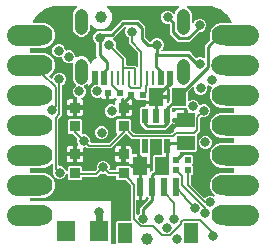
<source format=gbr>
G04 EAGLE Gerber RS-274X export*
G75*
%MOMM*%
%FSLAX34Y34*%
%LPD*%
%INTop Copper*%
%IPPOS*%
%AMOC8*
5,1,8,0,0,1.08239X$1,22.5*%
G01*
%ADD10C,1.000000*%
%ADD11R,1.240000X1.500000*%
%ADD12R,0.900000X0.900000*%
%ADD13R,0.575000X1.150000*%
%ADD14R,0.275000X1.150000*%
%ADD15C,1.108000*%
%ADD16R,0.600000X0.600000*%
%ADD17C,1.778000*%
%ADD18C,1.778000*%
%ADD19R,0.500000X1.550000*%
%ADD20R,1.200000X1.800000*%
%ADD21R,0.550000X1.200000*%
%ADD22R,0.500000X0.500000*%
%ADD23R,1.500000X1.240000*%
%ADD24R,1.600000X1.800000*%
%ADD25C,0.254000*%
%ADD26C,0.800100*%
%ADD27C,0.152400*%
%ADD28C,0.609600*%

G36*
X93393Y27683D02*
X93393Y27683D01*
X93475Y27689D01*
X93523Y27709D01*
X93573Y27719D01*
X93617Y27746D01*
X93722Y27788D01*
X93861Y27901D01*
X93899Y27926D01*
X95245Y29271D01*
X95257Y29288D01*
X95273Y29302D01*
X95336Y29395D01*
X95402Y29485D01*
X95409Y29505D01*
X95421Y29523D01*
X95431Y29567D01*
X95490Y29736D01*
X95493Y29849D01*
X95505Y29899D01*
X95505Y33671D01*
X102418Y40584D01*
X102479Y40667D01*
X102545Y40745D01*
X102558Y40774D01*
X102576Y40798D01*
X102610Y40895D01*
X102650Y40990D01*
X102653Y41020D01*
X102663Y41049D01*
X102667Y41152D01*
X102677Y41254D01*
X102671Y41284D01*
X102672Y41315D01*
X102645Y41414D01*
X102625Y41515D01*
X102612Y41535D01*
X102602Y41572D01*
X102460Y41796D01*
X102431Y41820D01*
X102418Y41841D01*
X101963Y42295D01*
X101894Y42346D01*
X101831Y42404D01*
X101788Y42425D01*
X101749Y42453D01*
X101668Y42481D01*
X101591Y42518D01*
X101544Y42525D01*
X101498Y42540D01*
X101413Y42543D01*
X101328Y42555D01*
X101281Y42548D01*
X101233Y42550D01*
X101150Y42527D01*
X101065Y42514D01*
X101022Y42492D01*
X100976Y42480D01*
X100904Y42434D01*
X100827Y42396D01*
X100803Y42370D01*
X100752Y42337D01*
X100580Y42134D01*
X100573Y42119D01*
X100566Y42111D01*
X100277Y41611D01*
X99804Y41138D01*
X99225Y40803D01*
X98579Y40630D01*
X96993Y40630D01*
X96993Y50560D01*
X96978Y50661D01*
X96970Y50764D01*
X96958Y50792D01*
X96953Y50823D01*
X96911Y50911D01*
X96915Y50929D01*
X96933Y50962D01*
X96991Y51221D01*
X96988Y51259D01*
X96993Y51282D01*
X96993Y58413D01*
X96978Y58515D01*
X96970Y58617D01*
X96958Y58645D01*
X96953Y58676D01*
X96909Y58768D01*
X96871Y58864D01*
X96851Y58887D01*
X96838Y58915D01*
X96798Y58958D01*
X96798Y67565D01*
X103762Y67565D01*
X103762Y65179D01*
X103769Y65129D01*
X103768Y65077D01*
X103789Y64998D01*
X103802Y64917D01*
X103824Y64870D01*
X103838Y64820D01*
X103882Y64751D01*
X103917Y64677D01*
X103952Y64640D01*
X103980Y64596D01*
X104043Y64543D01*
X104099Y64483D01*
X104143Y64457D01*
X104183Y64424D01*
X104258Y64392D01*
X104329Y64351D01*
X104380Y64340D01*
X104427Y64320D01*
X104509Y64311D01*
X104589Y64293D01*
X104640Y64298D01*
X104692Y64292D01*
X104772Y64308D01*
X104854Y64315D01*
X104902Y64334D01*
X104952Y64344D01*
X104996Y64372D01*
X105101Y64414D01*
X105240Y64527D01*
X105278Y64551D01*
X106036Y65309D01*
X106049Y65326D01*
X106065Y65340D01*
X106127Y65433D01*
X106194Y65523D01*
X106201Y65543D01*
X106212Y65561D01*
X106222Y65605D01*
X106281Y65774D01*
X106285Y65885D01*
X106294Y65926D01*
X106294Y65928D01*
X106296Y65938D01*
X106296Y77474D01*
X107189Y78367D01*
X113430Y78367D01*
X113532Y78382D01*
X113634Y78390D01*
X113662Y78402D01*
X113693Y78407D01*
X113785Y78451D01*
X113881Y78489D01*
X113904Y78509D01*
X113932Y78522D01*
X114007Y78592D01*
X114087Y78657D01*
X114104Y78683D01*
X114126Y78704D01*
X114177Y78793D01*
X114234Y78878D01*
X114240Y78902D01*
X114258Y78934D01*
X114316Y79194D01*
X114313Y79232D01*
X114318Y79255D01*
X114318Y91059D01*
X114303Y91161D01*
X114295Y91263D01*
X114283Y91291D01*
X114278Y91322D01*
X114234Y91414D01*
X114196Y91510D01*
X114176Y91533D01*
X114163Y91561D01*
X114093Y91636D01*
X114028Y91716D01*
X114002Y91733D01*
X113981Y91755D01*
X113892Y91806D01*
X113807Y91863D01*
X113783Y91869D01*
X113751Y91887D01*
X113491Y91945D01*
X113453Y91942D01*
X113430Y91947D01*
X104756Y91947D01*
X104654Y91932D01*
X104552Y91924D01*
X104524Y91912D01*
X104493Y91907D01*
X104401Y91863D01*
X104305Y91825D01*
X104282Y91805D01*
X104254Y91792D01*
X104179Y91722D01*
X104099Y91657D01*
X104082Y91631D01*
X104060Y91610D01*
X104009Y91521D01*
X103952Y91436D01*
X103946Y91412D01*
X103928Y91380D01*
X103870Y91120D01*
X103873Y91082D01*
X103868Y91059D01*
X103868Y79046D01*
X103725Y78904D01*
X103654Y78807D01*
X103580Y78713D01*
X103575Y78700D01*
X103567Y78690D01*
X103528Y78576D01*
X103485Y78465D01*
X103484Y78451D01*
X103480Y78438D01*
X103476Y78319D01*
X103468Y78199D01*
X103471Y78189D01*
X103471Y78173D01*
X103540Y77916D01*
X103573Y77865D01*
X103584Y77831D01*
X103589Y77823D01*
X103762Y77177D01*
X103762Y71119D01*
X96798Y71119D01*
X96798Y77265D01*
X96783Y77367D01*
X96774Y77469D01*
X96763Y77497D01*
X96758Y77528D01*
X96714Y77620D01*
X96675Y77716D01*
X96656Y77739D01*
X96643Y77767D01*
X96573Y77842D01*
X96508Y77922D01*
X96482Y77939D01*
X96461Y77961D01*
X96372Y78012D01*
X96312Y78052D01*
X95318Y79046D01*
X95318Y91059D01*
X95303Y91161D01*
X95295Y91263D01*
X95283Y91291D01*
X95278Y91322D01*
X95234Y91414D01*
X95196Y91510D01*
X95176Y91533D01*
X95163Y91561D01*
X95093Y91636D01*
X95028Y91716D01*
X95002Y91733D01*
X94981Y91755D01*
X94892Y91806D01*
X94807Y91863D01*
X94783Y91869D01*
X94751Y91887D01*
X94491Y91945D01*
X94453Y91942D01*
X94430Y91947D01*
X88769Y91947D01*
X84511Y96205D01*
X84494Y96218D01*
X84481Y96234D01*
X84387Y96296D01*
X84297Y96363D01*
X84277Y96370D01*
X84260Y96381D01*
X84215Y96391D01*
X84046Y96450D01*
X83933Y96454D01*
X83883Y96465D01*
X83557Y96465D01*
X83536Y96462D01*
X83515Y96464D01*
X83405Y96442D01*
X83294Y96425D01*
X83275Y96416D01*
X83255Y96412D01*
X83216Y96388D01*
X83055Y96310D01*
X82973Y96233D01*
X82929Y96205D01*
X70797Y84073D01*
X50869Y84073D01*
X50114Y84828D01*
X50064Y84865D01*
X50020Y84909D01*
X49957Y84944D01*
X49900Y84986D01*
X49841Y85006D01*
X49787Y85036D01*
X49716Y85050D01*
X49649Y85073D01*
X49587Y85076D01*
X49526Y85088D01*
X49479Y85079D01*
X49383Y85083D01*
X49176Y85026D01*
X49146Y85021D01*
X48851Y84899D01*
X48389Y84899D01*
X48287Y84883D01*
X48185Y84875D01*
X48157Y84864D01*
X48126Y84859D01*
X48034Y84814D01*
X47938Y84776D01*
X47915Y84757D01*
X47887Y84743D01*
X47812Y84673D01*
X47732Y84608D01*
X47715Y84583D01*
X47693Y84562D01*
X47642Y84473D01*
X47585Y84387D01*
X47579Y84364D01*
X47561Y84331D01*
X47503Y84072D01*
X47506Y84034D01*
X47501Y84011D01*
X47501Y80897D01*
X42237Y80897D01*
X42237Y86162D01*
X42350Y86182D01*
X42471Y86200D01*
X42480Y86205D01*
X42491Y86207D01*
X42600Y86263D01*
X42710Y86316D01*
X42718Y86323D01*
X42727Y86328D01*
X42815Y86414D01*
X42905Y86498D01*
X42910Y86507D01*
X42917Y86514D01*
X42976Y86622D01*
X43036Y86728D01*
X43039Y86739D01*
X43044Y86748D01*
X43068Y86868D01*
X43094Y86988D01*
X43093Y86998D01*
X43095Y87009D01*
X43090Y87039D01*
X43073Y87253D01*
X43037Y87341D01*
X43029Y87389D01*
X42227Y89325D01*
X42227Y91523D01*
X42349Y91818D01*
X42364Y91878D01*
X42388Y91935D01*
X42395Y92006D01*
X42413Y92076D01*
X42409Y92138D01*
X42416Y92199D01*
X42401Y92270D01*
X42397Y92341D01*
X42376Y92399D01*
X42363Y92460D01*
X42338Y92501D01*
X42304Y92590D01*
X42173Y92759D01*
X42156Y92786D01*
X39773Y95169D01*
X38737Y96205D01*
X38720Y96218D01*
X38707Y96234D01*
X38613Y96296D01*
X38523Y96363D01*
X38503Y96370D01*
X38486Y96381D01*
X38441Y96391D01*
X38272Y96450D01*
X38159Y96454D01*
X38109Y96465D01*
X35328Y96465D01*
X34435Y97358D01*
X34435Y107622D01*
X35328Y108515D01*
X45592Y108515D01*
X46485Y107622D01*
X46485Y97321D01*
X46483Y97318D01*
X46434Y97252D01*
X46417Y97203D01*
X46392Y97158D01*
X46374Y97078D01*
X46347Y97001D01*
X46345Y96949D01*
X46334Y96899D01*
X46340Y96817D01*
X46338Y96735D01*
X46351Y96685D01*
X46355Y96634D01*
X46386Y96558D01*
X46407Y96478D01*
X46435Y96435D01*
X46454Y96387D01*
X46506Y96323D01*
X46550Y96254D01*
X46589Y96221D01*
X46622Y96181D01*
X46690Y96135D01*
X46753Y96082D01*
X46800Y96062D01*
X46843Y96033D01*
X46894Y96022D01*
X46997Y95978D01*
X47175Y95959D01*
X47220Y95949D01*
X48851Y95949D01*
X50882Y95108D01*
X52436Y93554D01*
X53277Y91523D01*
X53277Y89535D01*
X53293Y89433D01*
X53301Y89331D01*
X53312Y89303D01*
X53317Y89272D01*
X53362Y89180D01*
X53400Y89084D01*
X53419Y89061D01*
X53433Y89033D01*
X53503Y88958D01*
X53568Y88878D01*
X53593Y88861D01*
X53614Y88839D01*
X53703Y88788D01*
X53789Y88731D01*
X53812Y88725D01*
X53845Y88707D01*
X54104Y88649D01*
X54142Y88652D01*
X54165Y88647D01*
X68535Y88647D01*
X68556Y88650D01*
X68577Y88648D01*
X68687Y88670D01*
X68798Y88687D01*
X68817Y88696D01*
X68837Y88700D01*
X68876Y88724D01*
X69037Y88802D01*
X69119Y88879D01*
X69163Y88907D01*
X75897Y95641D01*
X75958Y95723D01*
X76024Y95802D01*
X76036Y95830D01*
X76055Y95855D01*
X76088Y95952D01*
X76129Y96046D01*
X76132Y96077D01*
X76142Y96106D01*
X76145Y96208D01*
X76156Y96311D01*
X76150Y96341D01*
X76151Y96371D01*
X76124Y96470D01*
X76104Y96571D01*
X76091Y96591D01*
X76081Y96628D01*
X75939Y96852D01*
X75910Y96877D01*
X75897Y96897D01*
X75435Y97358D01*
X75435Y107622D01*
X76328Y108515D01*
X86592Y108515D01*
X87485Y107622D01*
X87485Y100067D01*
X87488Y100046D01*
X87486Y100025D01*
X87508Y99915D01*
X87525Y99804D01*
X87534Y99785D01*
X87538Y99765D01*
X87562Y99726D01*
X87640Y99565D01*
X87717Y99483D01*
X87745Y99439D01*
X90403Y96781D01*
X90420Y96768D01*
X90433Y96752D01*
X90527Y96690D01*
X90617Y96623D01*
X90637Y96616D01*
X90654Y96605D01*
X90699Y96595D01*
X90868Y96536D01*
X90981Y96532D01*
X91031Y96521D01*
X121681Y96521D01*
X121702Y96524D01*
X121723Y96522D01*
X121833Y96544D01*
X121944Y96561D01*
X121963Y96570D01*
X121983Y96574D01*
X122022Y96598D01*
X122183Y96676D01*
X122266Y96753D01*
X122309Y96781D01*
X123245Y97717D01*
X123246Y97718D01*
X124129Y98600D01*
X124129Y98601D01*
X124446Y98918D01*
X124517Y99014D01*
X124591Y99108D01*
X124596Y99121D01*
X124604Y99132D01*
X124643Y99245D01*
X124686Y99356D01*
X124686Y99370D01*
X124691Y99383D01*
X124695Y99503D01*
X124703Y99622D01*
X124700Y99632D01*
X124700Y99648D01*
X124630Y99905D01*
X124598Y99956D01*
X124587Y99990D01*
X124371Y100363D01*
X124198Y101009D01*
X124198Y104235D01*
X124191Y104286D01*
X124192Y104337D01*
X124171Y104416D01*
X124158Y104497D01*
X124136Y104544D01*
X124122Y104594D01*
X124078Y104663D01*
X124043Y104737D01*
X124008Y104774D01*
X123980Y104818D01*
X123917Y104871D01*
X123861Y104931D01*
X123817Y104957D01*
X123777Y104990D01*
X123702Y105022D01*
X123631Y105063D01*
X123580Y105074D01*
X123533Y105094D01*
X123451Y105103D01*
X123371Y105121D01*
X123320Y105117D01*
X123268Y105122D01*
X123188Y105106D01*
X123106Y105099D01*
X123058Y105080D01*
X123008Y105070D01*
X122964Y105042D01*
X122859Y105000D01*
X122720Y104887D01*
X122682Y104863D01*
X121975Y104155D01*
X121811Y104155D01*
X121790Y104152D01*
X121769Y104154D01*
X121659Y104132D01*
X121548Y104115D01*
X121529Y104106D01*
X121508Y104102D01*
X121470Y104078D01*
X121308Y104000D01*
X121226Y103923D01*
X121182Y103895D01*
X120278Y102990D01*
X120277Y102990D01*
X116982Y99694D01*
X100823Y99694D01*
X96623Y103895D01*
X96606Y103908D01*
X96592Y103924D01*
X96499Y103986D01*
X96409Y104053D01*
X96389Y104060D01*
X96371Y104071D01*
X96327Y104081D01*
X96263Y104103D01*
X95318Y105048D01*
X95318Y118312D01*
X96211Y119205D01*
X99489Y119205D01*
X99591Y119220D01*
X99693Y119228D01*
X99721Y119240D01*
X99752Y119245D01*
X99844Y119289D01*
X99940Y119327D01*
X99963Y119347D01*
X99991Y119360D01*
X100066Y119430D01*
X100146Y119495D01*
X100163Y119521D01*
X100185Y119542D01*
X100236Y119631D01*
X100293Y119716D01*
X100299Y119740D01*
X100317Y119772D01*
X100375Y120032D01*
X100372Y120070D01*
X100377Y120093D01*
X100377Y123873D01*
X100362Y123975D01*
X100354Y124077D01*
X100342Y124105D01*
X100337Y124136D01*
X100293Y124228D01*
X100255Y124324D01*
X100235Y124347D01*
X100222Y124375D01*
X100152Y124450D01*
X100087Y124530D01*
X100061Y124547D01*
X100040Y124569D01*
X99951Y124620D01*
X99866Y124677D01*
X99842Y124683D01*
X99810Y124701D01*
X99550Y124759D01*
X99512Y124756D01*
X99489Y124761D01*
X94158Y124761D01*
X94042Y124878D01*
X93973Y124929D01*
X93910Y124987D01*
X93866Y125007D01*
X93828Y125036D01*
X93747Y125064D01*
X93669Y125100D01*
X93622Y125107D01*
X93577Y125123D01*
X93491Y125126D01*
X93406Y125138D01*
X93359Y125130D01*
X93311Y125132D01*
X93228Y125109D01*
X93144Y125096D01*
X93101Y125075D01*
X93055Y125062D01*
X92983Y125016D01*
X92906Y124978D01*
X92882Y124952D01*
X92830Y124920D01*
X92682Y124745D01*
X92190Y124253D01*
X91611Y123918D01*
X90965Y123745D01*
X89389Y123745D01*
X89287Y123730D01*
X89185Y123722D01*
X89157Y123710D01*
X89126Y123705D01*
X89034Y123661D01*
X88938Y123623D01*
X88915Y123603D01*
X88887Y123590D01*
X88812Y123520D01*
X88732Y123455D01*
X88715Y123429D01*
X88693Y123408D01*
X88642Y123319D01*
X88585Y123234D01*
X88579Y123210D01*
X88561Y123178D01*
X88503Y122918D01*
X88504Y122902D01*
X88503Y122897D01*
X88505Y122875D01*
X88501Y122857D01*
X88501Y120267D01*
X83237Y120267D01*
X83237Y123718D01*
X83234Y123738D01*
X83236Y123759D01*
X83214Y123870D01*
X83210Y123898D01*
X83207Y123928D01*
X83204Y123936D01*
X83197Y123981D01*
X83188Y123999D01*
X83184Y124020D01*
X83160Y124059D01*
X83132Y124116D01*
X83108Y124174D01*
X83097Y124189D01*
X83082Y124220D01*
X83005Y124302D01*
X82977Y124346D01*
X82597Y124726D01*
X82262Y125305D01*
X82108Y125881D01*
X82061Y125990D01*
X82016Y126102D01*
X82007Y126112D01*
X82002Y126124D01*
X81924Y126215D01*
X81848Y126308D01*
X81837Y126315D01*
X81828Y126326D01*
X81727Y126389D01*
X81627Y126455D01*
X81616Y126458D01*
X81602Y126466D01*
X81345Y126534D01*
X81285Y126532D01*
X81250Y126539D01*
X80571Y126539D01*
X80470Y126524D01*
X80367Y126516D01*
X80339Y126504D01*
X80308Y126499D01*
X80216Y126455D01*
X80121Y126417D01*
X80097Y126397D01*
X80069Y126384D01*
X79994Y126314D01*
X79914Y126249D01*
X79897Y126223D01*
X79875Y126202D01*
X79824Y126113D01*
X79767Y126028D01*
X79761Y126004D01*
X79743Y125972D01*
X79685Y125712D01*
X79688Y125674D01*
X79683Y125651D01*
X79683Y119379D01*
X79698Y119277D01*
X79707Y119175D01*
X79718Y119147D01*
X79723Y119116D01*
X79767Y119024D01*
X79806Y118929D01*
X79825Y118905D01*
X79838Y118877D01*
X79908Y118802D01*
X79973Y118722D01*
X79999Y118705D01*
X80020Y118683D01*
X80109Y118632D01*
X80194Y118575D01*
X80218Y118570D01*
X80250Y118551D01*
X80510Y118493D01*
X80548Y118496D01*
X80571Y118491D01*
X81461Y118491D01*
X81461Y118489D01*
X80571Y118489D01*
X80470Y118474D01*
X80367Y118465D01*
X80339Y118454D01*
X80308Y118449D01*
X80216Y118405D01*
X80121Y118366D01*
X80097Y118347D01*
X80069Y118334D01*
X79994Y118264D01*
X79914Y118199D01*
X79897Y118173D01*
X79875Y118152D01*
X79824Y118063D01*
X79767Y117978D01*
X79761Y117954D01*
X79743Y117921D01*
X79685Y117662D01*
X79688Y117624D01*
X79683Y117601D01*
X79683Y111449D01*
X76625Y111449D01*
X75877Y111650D01*
X75841Y111665D01*
X75828Y111667D01*
X75815Y111671D01*
X75696Y111680D01*
X75576Y111693D01*
X75563Y111690D01*
X75550Y111691D01*
X75434Y111664D01*
X75316Y111641D01*
X75307Y111635D01*
X75291Y111631D01*
X75061Y111498D01*
X75020Y111453D01*
X74990Y111433D01*
X74442Y110886D01*
X72412Y110045D01*
X70213Y110045D01*
X68183Y110886D01*
X66628Y112440D01*
X65787Y114471D01*
X65787Y116669D01*
X66628Y118700D01*
X68183Y120254D01*
X70213Y121095D01*
X72412Y121095D01*
X73191Y120772D01*
X73201Y120770D01*
X73210Y120765D01*
X73330Y120738D01*
X73449Y120708D01*
X73460Y120709D01*
X73470Y120707D01*
X73592Y120717D01*
X73714Y120724D01*
X73724Y120728D01*
X73735Y120728D01*
X73849Y120774D01*
X73963Y120817D01*
X73972Y120823D01*
X73982Y120827D01*
X74077Y120905D01*
X74174Y120980D01*
X74180Y120988D01*
X74188Y120995D01*
X74256Y121097D01*
X74326Y121197D01*
X74330Y121207D01*
X74335Y121216D01*
X74342Y121247D01*
X74408Y121450D01*
X74409Y121546D01*
X74419Y121593D01*
X74419Y123325D01*
X74592Y123971D01*
X74927Y124550D01*
X75400Y125023D01*
X75430Y125064D01*
X75468Y125100D01*
X75509Y125171D01*
X75558Y125237D01*
X75575Y125286D01*
X75600Y125330D01*
X75618Y125410D01*
X75645Y125488D01*
X75647Y125540D01*
X75658Y125590D01*
X75651Y125672D01*
X75654Y125754D01*
X75640Y125803D01*
X75636Y125855D01*
X75606Y125931D01*
X75584Y126010D01*
X75557Y126054D01*
X75537Y126102D01*
X75485Y126165D01*
X75442Y126234D01*
X75402Y126268D01*
X75370Y126308D01*
X75301Y126353D01*
X75239Y126406D01*
X75192Y126427D01*
X75149Y126455D01*
X75098Y126467D01*
X74994Y126511D01*
X74816Y126529D01*
X74772Y126539D01*
X74473Y126539D01*
X74357Y126656D01*
X74288Y126707D01*
X74225Y126765D01*
X74181Y126785D01*
X74143Y126814D01*
X74062Y126842D01*
X73984Y126878D01*
X73937Y126885D01*
X73892Y126901D01*
X73806Y126904D01*
X73721Y126916D01*
X73674Y126908D01*
X73626Y126910D01*
X73543Y126887D01*
X73459Y126874D01*
X73416Y126853D01*
X73370Y126840D01*
X73298Y126794D01*
X73221Y126756D01*
X73197Y126730D01*
X73145Y126698D01*
X72997Y126523D01*
X72505Y126031D01*
X71926Y125696D01*
X71280Y125523D01*
X69444Y125523D01*
X69444Y130453D01*
X69429Y130554D01*
X69421Y130657D01*
X69409Y130685D01*
X69404Y130716D01*
X69360Y130808D01*
X69322Y130903D01*
X69302Y130927D01*
X69289Y130955D01*
X69219Y131030D01*
X69154Y131110D01*
X69128Y131127D01*
X69107Y131149D01*
X69018Y131200D01*
X68933Y131257D01*
X68909Y131262D01*
X68877Y131281D01*
X68617Y131339D01*
X68579Y131336D01*
X68556Y131341D01*
X67334Y131341D01*
X67232Y131326D01*
X67130Y131317D01*
X67102Y131306D01*
X67071Y131301D01*
X66979Y131257D01*
X66883Y131218D01*
X66860Y131199D01*
X66832Y131186D01*
X66757Y131115D01*
X66677Y131051D01*
X66660Y131025D01*
X66638Y131004D01*
X66587Y130915D01*
X66530Y130830D01*
X66524Y130806D01*
X66506Y130773D01*
X66448Y130514D01*
X66451Y130476D01*
X66446Y130453D01*
X66446Y125523D01*
X64610Y125523D01*
X63964Y125696D01*
X63385Y126031D01*
X62912Y126504D01*
X62701Y126869D01*
X62673Y126904D01*
X62653Y126944D01*
X62591Y127007D01*
X62536Y127076D01*
X62498Y127102D01*
X62467Y127134D01*
X62389Y127176D01*
X62316Y127226D01*
X62273Y127239D01*
X62233Y127260D01*
X62146Y127277D01*
X62061Y127303D01*
X62017Y127303D01*
X61972Y127312D01*
X61920Y127303D01*
X61796Y127302D01*
X61642Y127254D01*
X61592Y127245D01*
X60520Y126801D01*
X58321Y126801D01*
X56291Y127642D01*
X54736Y129196D01*
X53895Y131227D01*
X53895Y133425D01*
X54197Y134154D01*
X54204Y134181D01*
X54217Y134205D01*
X54236Y134310D01*
X54261Y134412D01*
X54259Y134440D01*
X54264Y134467D01*
X54252Y134572D01*
X54246Y134677D01*
X54236Y134703D01*
X54233Y134731D01*
X54189Y134827D01*
X54152Y134926D01*
X54135Y134948D01*
X54124Y134974D01*
X54054Y135053D01*
X53990Y135136D01*
X53967Y135152D01*
X53949Y135173D01*
X53904Y135196D01*
X53772Y135289D01*
X53653Y135327D01*
X53606Y135352D01*
X53044Y135502D01*
X52465Y135837D01*
X51992Y136310D01*
X51657Y136889D01*
X51478Y137560D01*
X51478Y137581D01*
X51457Y137661D01*
X51444Y137742D01*
X51422Y137788D01*
X51408Y137838D01*
X51364Y137907D01*
X51329Y137981D01*
X51293Y138019D01*
X51266Y138062D01*
X51203Y138115D01*
X51147Y138175D01*
X51102Y138201D01*
X51063Y138234D01*
X50988Y138266D01*
X50917Y138307D01*
X50866Y138318D01*
X50819Y138339D01*
X50737Y138347D01*
X50657Y138365D01*
X50606Y138361D01*
X50554Y138366D01*
X50474Y138350D01*
X50392Y138343D01*
X50344Y138324D01*
X50294Y138314D01*
X50250Y138286D01*
X50145Y138244D01*
X50006Y138131D01*
X49968Y138107D01*
X49702Y137841D01*
X48489Y137338D01*
X48480Y137333D01*
X48469Y137330D01*
X48365Y137264D01*
X48261Y137201D01*
X48254Y137193D01*
X48245Y137187D01*
X48165Y137093D01*
X48084Y137002D01*
X48080Y136993D01*
X48073Y136985D01*
X48025Y136871D01*
X47974Y136760D01*
X47973Y136750D01*
X47969Y136740D01*
X47956Y136618D01*
X47940Y136497D01*
X47942Y136486D01*
X47941Y136476D01*
X47965Y136356D01*
X47986Y136235D01*
X47991Y136226D01*
X47993Y136215D01*
X48010Y136189D01*
X48108Y135998D01*
X48174Y135930D01*
X48200Y135890D01*
X48865Y135225D01*
X49706Y133195D01*
X49706Y130996D01*
X48865Y128966D01*
X47310Y127411D01*
X46106Y126912D01*
X45999Y126848D01*
X45888Y126784D01*
X45884Y126779D01*
X45878Y126775D01*
X45794Y126681D01*
X45709Y126588D01*
X45706Y126582D01*
X45701Y126577D01*
X45649Y126462D01*
X45595Y126348D01*
X45594Y126341D01*
X45591Y126335D01*
X45575Y126210D01*
X45557Y126084D01*
X45558Y126078D01*
X45557Y126071D01*
X45579Y125946D01*
X45599Y125822D01*
X45602Y125816D01*
X45603Y125809D01*
X45661Y125696D01*
X45717Y125584D01*
X45721Y125580D01*
X45725Y125573D01*
X45911Y125383D01*
X45972Y125349D01*
X46001Y125323D01*
X46520Y125023D01*
X46993Y124550D01*
X47328Y123971D01*
X47501Y123325D01*
X47501Y120267D01*
X42237Y120267D01*
X42237Y126326D01*
X42228Y126388D01*
X42229Y126450D01*
X42208Y126518D01*
X42197Y126589D01*
X42170Y126645D01*
X42153Y126705D01*
X42113Y126764D01*
X42082Y126829D01*
X42039Y126874D01*
X42005Y126925D01*
X41966Y126953D01*
X41900Y127023D01*
X41714Y127129D01*
X41689Y127147D01*
X41051Y127411D01*
X39496Y128966D01*
X38655Y130996D01*
X38655Y133195D01*
X39496Y135225D01*
X41052Y136781D01*
X41153Y136845D01*
X41258Y136909D01*
X41265Y136916D01*
X41274Y136922D01*
X41354Y137016D01*
X41435Y137107D01*
X41440Y137117D01*
X41446Y137125D01*
X41495Y137238D01*
X41545Y137349D01*
X41547Y137359D01*
X41551Y137369D01*
X41563Y137492D01*
X41579Y137613D01*
X41577Y137623D01*
X41578Y137634D01*
X41554Y137754D01*
X41533Y137874D01*
X41528Y137884D01*
X41526Y137894D01*
X41509Y137921D01*
X41412Y138111D01*
X41345Y138179D01*
X41319Y138220D01*
X39711Y139828D01*
X38635Y142425D01*
X38635Y155622D01*
X38634Y155632D01*
X38635Y155643D01*
X38614Y155763D01*
X38595Y155885D01*
X38591Y155894D01*
X38589Y155904D01*
X38533Y156013D01*
X38480Y156124D01*
X38473Y156132D01*
X38468Y156141D01*
X38382Y156228D01*
X38298Y156318D01*
X38289Y156323D01*
X38282Y156331D01*
X38174Y156389D01*
X38068Y156450D01*
X38057Y156452D01*
X38048Y156457D01*
X37928Y156481D01*
X37808Y156508D01*
X37798Y156507D01*
X37787Y156509D01*
X37757Y156504D01*
X37543Y156486D01*
X37455Y156451D01*
X37407Y156442D01*
X36203Y155944D01*
X34005Y155944D01*
X31974Y156785D01*
X30420Y158339D01*
X29579Y160370D01*
X29579Y160392D01*
X29577Y160402D01*
X29578Y160413D01*
X29557Y160533D01*
X29539Y160655D01*
X29534Y160664D01*
X29532Y160675D01*
X29477Y160783D01*
X29423Y160894D01*
X29416Y160902D01*
X29411Y160911D01*
X29326Y160998D01*
X29242Y161088D01*
X29232Y161094D01*
X29225Y161101D01*
X29117Y161159D01*
X29011Y161220D01*
X29001Y161223D01*
X28991Y161228D01*
X28871Y161252D01*
X28751Y161278D01*
X28741Y161277D01*
X28731Y161279D01*
X28700Y161274D01*
X28486Y161256D01*
X28398Y161221D01*
X28350Y161213D01*
X27769Y160972D01*
X25571Y160972D01*
X23540Y161813D01*
X21986Y163367D01*
X21145Y165398D01*
X21145Y167596D01*
X21986Y169627D01*
X23540Y171181D01*
X25571Y172022D01*
X27769Y172022D01*
X29800Y171181D01*
X31354Y169627D01*
X32195Y167596D01*
X32195Y167574D01*
X32197Y167563D01*
X32195Y167553D01*
X32217Y167432D01*
X32235Y167311D01*
X32240Y167302D01*
X32241Y167291D01*
X32297Y167182D01*
X32351Y167072D01*
X32358Y167064D01*
X32363Y167055D01*
X32448Y166967D01*
X32532Y166877D01*
X32541Y166872D01*
X32549Y166865D01*
X32657Y166806D01*
X32763Y166745D01*
X32773Y166743D01*
X32782Y166738D01*
X32903Y166714D01*
X33022Y166688D01*
X33033Y166689D01*
X33043Y166687D01*
X33074Y166692D01*
X33287Y166709D01*
X33376Y166745D01*
X33423Y166753D01*
X34005Y166994D01*
X36203Y166994D01*
X38234Y166153D01*
X39788Y164599D01*
X40629Y162568D01*
X40629Y161786D01*
X40631Y161775D01*
X40629Y161765D01*
X40650Y161644D01*
X40669Y161523D01*
X40673Y161513D01*
X40675Y161503D01*
X40731Y161395D01*
X40785Y161284D01*
X40792Y161276D01*
X40797Y161267D01*
X40882Y161179D01*
X40966Y161089D01*
X40975Y161084D01*
X40982Y161077D01*
X41091Y161018D01*
X41197Y160957D01*
X41207Y160955D01*
X41216Y160950D01*
X41337Y160926D01*
X41456Y160900D01*
X41467Y160900D01*
X41477Y160898D01*
X41508Y160904D01*
X41721Y160921D01*
X41810Y160957D01*
X41857Y160965D01*
X44295Y161975D01*
X47105Y161975D01*
X49702Y160899D01*
X51689Y158912D01*
X52831Y156156D01*
X52857Y156112D01*
X52875Y156063D01*
X52926Y155999D01*
X52968Y155928D01*
X53007Y155894D01*
X53038Y155853D01*
X53105Y155806D01*
X53167Y155752D01*
X53213Y155730D01*
X53256Y155701D01*
X53334Y155675D01*
X53408Y155642D01*
X53460Y155635D01*
X53509Y155619D01*
X53591Y155618D01*
X53672Y155608D01*
X53723Y155617D01*
X53775Y155616D01*
X53853Y155640D01*
X53934Y155654D01*
X53980Y155677D01*
X54029Y155692D01*
X54098Y155738D01*
X54170Y155775D01*
X54207Y155811D01*
X54250Y155840D01*
X54280Y155882D01*
X54361Y155961D01*
X54446Y156119D01*
X54472Y156156D01*
X55091Y157650D01*
X56720Y159279D01*
X58605Y160060D01*
X58614Y160065D01*
X58624Y160068D01*
X58728Y160134D01*
X58833Y160197D01*
X58840Y160205D01*
X58849Y160211D01*
X58929Y160305D01*
X59009Y160396D01*
X59014Y160405D01*
X59021Y160413D01*
X59069Y160527D01*
X59120Y160638D01*
X59121Y160648D01*
X59125Y160658D01*
X59138Y160780D01*
X59153Y160902D01*
X59151Y160912D01*
X59152Y160922D01*
X59128Y161043D01*
X59107Y161163D01*
X59102Y161173D01*
X59100Y161183D01*
X59084Y161209D01*
X58986Y161400D01*
X58919Y161468D01*
X58893Y161509D01*
X58546Y161856D01*
X58546Y172286D01*
X58543Y172307D01*
X58545Y172328D01*
X58523Y172438D01*
X58506Y172549D01*
X58497Y172568D01*
X58493Y172588D01*
X58469Y172627D01*
X58391Y172788D01*
X58314Y172871D01*
X58286Y172914D01*
X56657Y174543D01*
X55816Y176574D01*
X55816Y178772D01*
X56657Y180803D01*
X58211Y182357D01*
X60242Y183198D01*
X62447Y183198D01*
X62688Y183139D01*
X62740Y183142D01*
X62770Y183135D01*
X70229Y183135D01*
X70250Y183138D01*
X70271Y183136D01*
X70381Y183158D01*
X70492Y183175D01*
X70511Y183184D01*
X70532Y183188D01*
X70570Y183212D01*
X70732Y183290D01*
X70814Y183367D01*
X70858Y183395D01*
X80122Y192660D01*
X94376Y192660D01*
X99950Y187086D01*
X99950Y178167D01*
X99953Y178146D01*
X99951Y178125D01*
X99973Y178015D01*
X99990Y177904D01*
X99999Y177885D01*
X100003Y177865D01*
X100027Y177826D01*
X100105Y177665D01*
X100182Y177582D01*
X100210Y177539D01*
X103132Y174616D01*
X103149Y174604D01*
X103163Y174588D01*
X103256Y174525D01*
X103346Y174459D01*
X103366Y174452D01*
X103384Y174440D01*
X103428Y174430D01*
X103597Y174371D01*
X103710Y174367D01*
X103761Y174356D01*
X104468Y174356D01*
X104489Y174359D01*
X104510Y174357D01*
X104620Y174379D01*
X104731Y174396D01*
X104750Y174405D01*
X104770Y174409D01*
X104809Y174434D01*
X104970Y174512D01*
X105053Y174589D01*
X105096Y174616D01*
X106725Y176246D01*
X108756Y177087D01*
X110954Y177087D01*
X112985Y176246D01*
X114539Y174691D01*
X115380Y172661D01*
X115380Y170462D01*
X114539Y168432D01*
X113740Y167633D01*
X113710Y167592D01*
X113672Y167556D01*
X113631Y167485D01*
X113583Y167419D01*
X113566Y167370D01*
X113540Y167326D01*
X113522Y167246D01*
X113495Y167168D01*
X113494Y167116D01*
X113482Y167066D01*
X113489Y166984D01*
X113486Y166902D01*
X113500Y166853D01*
X113504Y166801D01*
X113534Y166725D01*
X113556Y166646D01*
X113584Y166602D01*
X113603Y166554D01*
X113655Y166491D01*
X113699Y166422D01*
X113738Y166388D01*
X113771Y166348D01*
X113839Y166303D01*
X113901Y166250D01*
X113949Y166229D01*
X113992Y166201D01*
X114042Y166189D01*
X114146Y166145D01*
X114324Y166127D01*
X114368Y166117D01*
X137492Y166117D01*
X139389Y164219D01*
X142770Y160839D01*
X142820Y160802D01*
X142864Y160757D01*
X142927Y160723D01*
X142984Y160681D01*
X143043Y160660D01*
X143097Y160631D01*
X143168Y160617D01*
X143235Y160593D01*
X143297Y160591D01*
X143358Y160579D01*
X143405Y160588D01*
X143501Y160584D01*
X143708Y160641D01*
X143738Y160646D01*
X145141Y161227D01*
X147340Y161227D01*
X149012Y160534D01*
X149022Y160532D01*
X149031Y160527D01*
X149151Y160500D01*
X149270Y160471D01*
X149281Y160471D01*
X149291Y160469D01*
X149413Y160479D01*
X149535Y160486D01*
X149545Y160490D01*
X149556Y160491D01*
X149670Y160536D01*
X149784Y160579D01*
X149793Y160586D01*
X149803Y160590D01*
X149898Y160667D01*
X149995Y160742D01*
X150001Y160750D01*
X150009Y160757D01*
X150077Y160859D01*
X150147Y160959D01*
X150151Y160969D01*
X150156Y160978D01*
X150163Y161009D01*
X150229Y161213D01*
X150230Y161308D01*
X150240Y161355D01*
X150240Y171338D01*
X154808Y175905D01*
X154844Y175955D01*
X154889Y175998D01*
X154923Y176061D01*
X154965Y176119D01*
X154986Y176177D01*
X155015Y176232D01*
X155029Y176302D01*
X155053Y176370D01*
X155055Y176432D01*
X155067Y176493D01*
X155059Y176540D01*
X155062Y176636D01*
X155006Y176842D01*
X155000Y176873D01*
X154685Y177633D01*
X154685Y181777D01*
X156271Y185604D01*
X159201Y188534D01*
X163028Y190120D01*
X172164Y190120D01*
X172271Y190136D01*
X172379Y190146D01*
X172402Y190156D01*
X172427Y190160D01*
X172524Y190207D01*
X172625Y190249D01*
X172644Y190265D01*
X172666Y190275D01*
X172746Y190350D01*
X172829Y190419D01*
X172842Y190440D01*
X172860Y190457D01*
X172914Y190551D01*
X172973Y190642D01*
X172980Y190666D01*
X172992Y190687D01*
X173016Y190793D01*
X173045Y190898D01*
X173043Y190917D01*
X173050Y190947D01*
X173028Y191212D01*
X173011Y191254D01*
X173008Y191282D01*
X172821Y191859D01*
X172702Y192097D01*
X172697Y192102D01*
X172695Y192107D01*
X168654Y197668D01*
X168468Y197857D01*
X168461Y197861D01*
X168458Y197864D01*
X162897Y201905D01*
X162661Y202027D01*
X162653Y202029D01*
X162649Y202031D01*
X156111Y204155D01*
X155955Y204181D01*
X155907Y204196D01*
X152470Y204467D01*
X152426Y204463D01*
X152400Y204469D01*
X136294Y204469D01*
X136203Y204455D01*
X136110Y204450D01*
X136072Y204436D01*
X136031Y204429D01*
X135948Y204389D01*
X135862Y204357D01*
X135829Y204332D01*
X135792Y204314D01*
X135724Y204251D01*
X135651Y204194D01*
X135628Y204160D01*
X135598Y204132D01*
X135552Y204052D01*
X135499Y203977D01*
X135486Y203937D01*
X135466Y203902D01*
X135445Y203811D01*
X135417Y203723D01*
X135417Y203682D01*
X135408Y203642D01*
X135415Y203550D01*
X135414Y203458D01*
X135426Y203418D01*
X135429Y203377D01*
X135464Y203291D01*
X135490Y203203D01*
X135513Y203169D01*
X135528Y203130D01*
X135587Y203059D01*
X135638Y202982D01*
X135663Y202964D01*
X135696Y202924D01*
X135917Y202777D01*
X135937Y202772D01*
X135954Y202760D01*
X136102Y202699D01*
X138089Y200712D01*
X139165Y198115D01*
X139165Y190622D01*
X139179Y190531D01*
X139184Y190439D01*
X139198Y190400D01*
X139205Y190359D01*
X139245Y190276D01*
X139277Y190190D01*
X139302Y190157D01*
X139320Y190120D01*
X139383Y190052D01*
X139440Y189979D01*
X139474Y189956D01*
X139502Y189926D01*
X139582Y189880D01*
X139657Y189827D01*
X139697Y189814D01*
X139732Y189794D01*
X139822Y189774D01*
X139910Y189745D01*
X139952Y189745D01*
X139992Y189736D01*
X140084Y189743D01*
X140176Y189742D01*
X140216Y189754D01*
X140257Y189758D01*
X140342Y189792D01*
X140431Y189818D01*
X140465Y189841D01*
X140504Y189857D01*
X140575Y189915D01*
X140652Y189966D01*
X140670Y189992D01*
X140710Y190024D01*
X140857Y190245D01*
X140862Y190265D01*
X140874Y190282D01*
X141366Y191471D01*
X142920Y193025D01*
X144951Y193866D01*
X147149Y193866D01*
X149180Y193025D01*
X150734Y191471D01*
X151575Y189440D01*
X151575Y187242D01*
X150734Y185211D01*
X149180Y183657D01*
X147149Y182816D01*
X146115Y182816D01*
X146094Y182813D01*
X146073Y182815D01*
X145963Y182793D01*
X145852Y182776D01*
X145833Y182767D01*
X145813Y182763D01*
X145774Y182738D01*
X145613Y182660D01*
X145530Y182583D01*
X145487Y182556D01*
X137302Y174370D01*
X127493Y174370D01*
X120776Y181087D01*
X120776Y188659D01*
X120761Y188760D01*
X120753Y188862D01*
X120741Y188891D01*
X120736Y188921D01*
X120692Y189014D01*
X120654Y189109D01*
X120634Y189133D01*
X120621Y189161D01*
X120551Y189236D01*
X120486Y189315D01*
X120460Y189332D01*
X120439Y189355D01*
X120350Y189406D01*
X120265Y189463D01*
X120241Y189468D01*
X120209Y189487D01*
X119949Y189545D01*
X119911Y189542D01*
X119888Y189547D01*
X117646Y189547D01*
X115615Y190388D01*
X114061Y191942D01*
X113220Y193973D01*
X113220Y196171D01*
X114061Y198202D01*
X115615Y199756D01*
X117646Y200597D01*
X119844Y200597D01*
X121875Y199756D01*
X123429Y198202D01*
X123429Y198201D01*
X123456Y198157D01*
X123474Y198108D01*
X123524Y198043D01*
X123567Y197973D01*
X123605Y197939D01*
X123637Y197898D01*
X123704Y197851D01*
X123765Y197796D01*
X123812Y197775D01*
X123855Y197745D01*
X123933Y197720D01*
X124007Y197686D01*
X124058Y197680D01*
X124108Y197664D01*
X124190Y197663D01*
X124271Y197653D01*
X124322Y197662D01*
X124373Y197661D01*
X124452Y197685D01*
X124533Y197699D01*
X124579Y197722D01*
X124628Y197737D01*
X124696Y197783D01*
X124769Y197820D01*
X124806Y197856D01*
X124849Y197885D01*
X124879Y197927D01*
X124959Y198006D01*
X125045Y198164D01*
X125071Y198201D01*
X126111Y200712D01*
X128098Y202699D01*
X128246Y202760D01*
X128325Y202808D01*
X128408Y202848D01*
X128438Y202876D01*
X128473Y202898D01*
X128535Y202967D01*
X128602Y203030D01*
X128623Y203065D01*
X128650Y203096D01*
X128689Y203180D01*
X128734Y203260D01*
X128743Y203301D01*
X128760Y203338D01*
X128772Y203430D01*
X128792Y203520D01*
X128789Y203561D01*
X128794Y203602D01*
X128778Y203693D01*
X128771Y203785D01*
X128755Y203823D01*
X128748Y203864D01*
X128706Y203946D01*
X128672Y204032D01*
X128646Y204064D01*
X128627Y204100D01*
X128562Y204166D01*
X128504Y204238D01*
X128470Y204261D01*
X128441Y204290D01*
X128360Y204334D01*
X128283Y204385D01*
X128252Y204392D01*
X128207Y204417D01*
X127946Y204468D01*
X127926Y204465D01*
X127906Y204469D01*
X68622Y204469D01*
X68588Y204464D01*
X68553Y204467D01*
X68457Y204444D01*
X68359Y204429D01*
X68328Y204414D01*
X68294Y204407D01*
X68209Y204357D01*
X68120Y204314D01*
X68095Y204290D01*
X68065Y204273D01*
X67998Y204200D01*
X67925Y204132D01*
X67908Y204102D01*
X67885Y204077D01*
X67843Y203987D01*
X67794Y203902D01*
X67786Y203868D01*
X67771Y203837D01*
X67757Y203739D01*
X67736Y203642D01*
X67739Y203608D01*
X67734Y203574D01*
X67749Y203476D01*
X67757Y203377D01*
X67770Y203345D01*
X67776Y203311D01*
X67820Y203222D01*
X67856Y203130D01*
X67878Y203104D01*
X67893Y203073D01*
X67932Y203037D01*
X68024Y202924D01*
X68139Y202848D01*
X68178Y202812D01*
X69233Y202202D01*
X71890Y197601D01*
X71890Y192289D01*
X69233Y187688D01*
X64632Y185031D01*
X59320Y185031D01*
X54719Y187688D01*
X54422Y188201D01*
X54401Y188228D01*
X54386Y188259D01*
X54318Y188331D01*
X54256Y188409D01*
X54228Y188428D01*
X54204Y188453D01*
X54118Y188503D01*
X54036Y188558D01*
X54003Y188568D01*
X53974Y188585D01*
X53877Y188607D01*
X53782Y188636D01*
X53748Y188636D01*
X53714Y188643D01*
X53615Y188635D01*
X53516Y188635D01*
X53483Y188624D01*
X53449Y188621D01*
X53357Y188585D01*
X53263Y188555D01*
X53235Y188535D01*
X53202Y188522D01*
X53125Y188460D01*
X53044Y188404D01*
X53023Y188377D01*
X52996Y188355D01*
X52941Y188272D01*
X52880Y188195D01*
X52868Y188163D01*
X52849Y188134D01*
X52837Y188082D01*
X52785Y187946D01*
X52776Y187809D01*
X52765Y187757D01*
X52765Y184225D01*
X51689Y181628D01*
X49702Y179641D01*
X47105Y178565D01*
X44295Y178565D01*
X41698Y179641D01*
X39711Y181628D01*
X38635Y184225D01*
X38635Y198115D01*
X39711Y200712D01*
X41698Y202699D01*
X41846Y202760D01*
X41925Y202808D01*
X42008Y202848D01*
X42038Y202876D01*
X42073Y202898D01*
X42135Y202967D01*
X42202Y203030D01*
X42223Y203065D01*
X42250Y203096D01*
X42289Y203180D01*
X42334Y203260D01*
X42343Y203301D01*
X42360Y203338D01*
X42372Y203430D01*
X42392Y203520D01*
X42389Y203561D01*
X42394Y203602D01*
X42378Y203693D01*
X42371Y203785D01*
X42355Y203823D01*
X42348Y203864D01*
X42306Y203946D01*
X42272Y204032D01*
X42246Y204064D01*
X42227Y204100D01*
X42162Y204166D01*
X42104Y204238D01*
X42070Y204261D01*
X42041Y204290D01*
X41960Y204334D01*
X41883Y204385D01*
X41852Y204392D01*
X41807Y204417D01*
X41546Y204468D01*
X41526Y204465D01*
X41506Y204469D01*
X25400Y204469D01*
X25357Y204463D01*
X25330Y204467D01*
X21893Y204196D01*
X21739Y204160D01*
X21689Y204155D01*
X15151Y202031D01*
X14913Y201912D01*
X14908Y201907D01*
X14903Y201905D01*
X9342Y197864D01*
X9153Y197678D01*
X9149Y197671D01*
X9146Y197668D01*
X5105Y192107D01*
X4983Y191871D01*
X4981Y191863D01*
X4979Y191859D01*
X4792Y191282D01*
X4774Y191175D01*
X4750Y191069D01*
X4752Y191044D01*
X4748Y191020D01*
X4763Y190912D01*
X4772Y190804D01*
X4781Y190781D01*
X4784Y190757D01*
X4830Y190658D01*
X4871Y190557D01*
X4886Y190538D01*
X4897Y190516D01*
X4970Y190436D01*
X5038Y190351D01*
X5059Y190337D01*
X5075Y190319D01*
X5169Y190264D01*
X5259Y190204D01*
X5278Y190199D01*
X5304Y190184D01*
X5563Y190123D01*
X5609Y190126D01*
X5636Y190120D01*
X14772Y190120D01*
X18599Y188534D01*
X21529Y185604D01*
X23115Y181777D01*
X23115Y177633D01*
X21529Y173806D01*
X18599Y170876D01*
X14772Y169290D01*
X3429Y169290D01*
X3327Y169275D01*
X3225Y169267D01*
X3197Y169255D01*
X3166Y169250D01*
X3074Y169206D01*
X2978Y169168D01*
X2955Y169148D01*
X2927Y169135D01*
X2852Y169065D01*
X2772Y169000D01*
X2755Y168974D01*
X2733Y168953D01*
X2682Y168864D01*
X2625Y168779D01*
X2619Y168755D01*
X2601Y168723D01*
X2543Y168463D01*
X2546Y168425D01*
X2541Y168402D01*
X2541Y165608D01*
X2556Y165506D01*
X2564Y165404D01*
X2576Y165376D01*
X2581Y165345D01*
X2625Y165253D01*
X2663Y165157D01*
X2683Y165134D01*
X2696Y165106D01*
X2766Y165031D01*
X2831Y164951D01*
X2857Y164934D01*
X2878Y164912D01*
X2967Y164861D01*
X3052Y164804D01*
X3076Y164798D01*
X3108Y164780D01*
X3368Y164722D01*
X3406Y164725D01*
X3429Y164720D01*
X14772Y164720D01*
X18599Y163134D01*
X21529Y160204D01*
X23115Y156377D01*
X23115Y152233D01*
X21529Y148406D01*
X18817Y145693D01*
X18756Y145611D01*
X18689Y145532D01*
X18677Y145504D01*
X18659Y145479D01*
X18625Y145382D01*
X18585Y145288D01*
X18582Y145257D01*
X18572Y145228D01*
X18568Y145126D01*
X18558Y145023D01*
X18564Y144993D01*
X18563Y144963D01*
X18590Y144864D01*
X18610Y144763D01*
X18623Y144743D01*
X18633Y144706D01*
X18698Y144603D01*
X18703Y144591D01*
X18715Y144576D01*
X18775Y144482D01*
X18804Y144457D01*
X18817Y144437D01*
X20009Y143244D01*
X20051Y143214D01*
X20086Y143176D01*
X20157Y143135D01*
X20223Y143087D01*
X20272Y143070D01*
X20317Y143044D01*
X20397Y143026D01*
X20474Y142999D01*
X20526Y142998D01*
X20576Y142986D01*
X20658Y142993D01*
X20740Y142990D01*
X20790Y143004D01*
X20841Y143008D01*
X20917Y143039D01*
X20997Y143060D01*
X21040Y143088D01*
X21088Y143107D01*
X21152Y143159D01*
X21221Y143203D01*
X21254Y143242D01*
X21294Y143275D01*
X21340Y143343D01*
X21393Y143405D01*
X21413Y143453D01*
X21442Y143496D01*
X21453Y143546D01*
X21457Y143555D01*
X21458Y143557D01*
X21474Y143594D01*
X21497Y143650D01*
X21498Y143652D01*
X22367Y145751D01*
X23921Y147305D01*
X25952Y148146D01*
X28150Y148146D01*
X30181Y147305D01*
X31735Y145751D01*
X32576Y143720D01*
X32576Y141522D01*
X31735Y139491D01*
X30181Y137937D01*
X29886Y137815D01*
X29833Y137783D01*
X29775Y137760D01*
X29720Y137715D01*
X29658Y137678D01*
X29617Y137631D01*
X29569Y137592D01*
X29529Y137532D01*
X29482Y137479D01*
X29456Y137423D01*
X29422Y137371D01*
X29411Y137324D01*
X29372Y137237D01*
X29345Y137025D01*
X29338Y136994D01*
X29338Y111956D01*
X26550Y109168D01*
X26537Y109151D01*
X26521Y109138D01*
X26459Y109044D01*
X26392Y108954D01*
X26385Y108934D01*
X26374Y108917D01*
X26364Y108872D01*
X26305Y108703D01*
X26301Y108590D01*
X26290Y108540D01*
X26290Y69913D01*
X26305Y69812D01*
X26313Y69710D01*
X26325Y69681D01*
X26330Y69651D01*
X26374Y69558D01*
X26412Y69463D01*
X26432Y69439D01*
X26445Y69411D01*
X26515Y69336D01*
X26580Y69257D01*
X26606Y69240D01*
X26627Y69217D01*
X26716Y69166D01*
X26801Y69109D01*
X26825Y69104D01*
X26857Y69085D01*
X27117Y69027D01*
X27155Y69030D01*
X27178Y69025D01*
X28404Y69025D01*
X30435Y68184D01*
X31989Y66630D01*
X32726Y64850D01*
X32774Y64771D01*
X32814Y64687D01*
X32842Y64657D01*
X32864Y64622D01*
X32933Y64561D01*
X32996Y64493D01*
X33032Y64473D01*
X33062Y64445D01*
X33146Y64407D01*
X33226Y64361D01*
X33267Y64352D01*
X33304Y64335D01*
X33396Y64324D01*
X33486Y64303D01*
X33527Y64307D01*
X33568Y64302D01*
X33659Y64318D01*
X33751Y64325D01*
X33789Y64340D01*
X33830Y64348D01*
X33912Y64390D01*
X33998Y64424D01*
X34030Y64450D01*
X34066Y64469D01*
X34132Y64533D01*
X34204Y64592D01*
X34227Y64626D01*
X34256Y64655D01*
X34300Y64736D01*
X34351Y64813D01*
X34358Y64843D01*
X34383Y64889D01*
X34434Y65149D01*
X34431Y65170D01*
X34435Y65190D01*
X34435Y68252D01*
X35328Y69145D01*
X45592Y69145D01*
X46485Y68252D01*
X46485Y65533D01*
X46500Y65431D01*
X46508Y65329D01*
X46520Y65301D01*
X46525Y65270D01*
X46569Y65178D01*
X46607Y65082D01*
X46627Y65059D01*
X46640Y65031D01*
X46710Y64956D01*
X46775Y64876D01*
X46801Y64859D01*
X46822Y64837D01*
X46911Y64786D01*
X46996Y64729D01*
X47020Y64723D01*
X47052Y64705D01*
X47312Y64647D01*
X47350Y64650D01*
X47373Y64645D01*
X57233Y64645D01*
X57254Y64648D01*
X57275Y64646D01*
X57385Y64668D01*
X57496Y64685D01*
X57515Y64694D01*
X57535Y64698D01*
X57574Y64722D01*
X57735Y64800D01*
X57817Y64877D01*
X57861Y64905D01*
X58539Y65583D01*
X58576Y65633D01*
X58620Y65676D01*
X58654Y65740D01*
X58697Y65797D01*
X58717Y65856D01*
X58747Y65910D01*
X58761Y65981D01*
X58784Y66048D01*
X58786Y66110D01*
X58799Y66171D01*
X58790Y66218D01*
X58794Y66314D01*
X58737Y66521D01*
X58732Y66551D01*
X58610Y66846D01*
X58610Y69044D01*
X59451Y71075D01*
X61005Y72629D01*
X63036Y73470D01*
X65234Y73470D01*
X67265Y72629D01*
X68819Y71075D01*
X69660Y69044D01*
X69660Y66846D01*
X69573Y66635D01*
X69570Y66625D01*
X69565Y66616D01*
X69539Y66496D01*
X69509Y66377D01*
X69510Y66366D01*
X69507Y66356D01*
X69517Y66234D01*
X69524Y66112D01*
X69528Y66102D01*
X69529Y66091D01*
X69575Y65977D01*
X69618Y65863D01*
X69624Y65854D01*
X69628Y65844D01*
X69706Y65748D01*
X69780Y65652D01*
X69789Y65646D01*
X69795Y65638D01*
X69898Y65570D01*
X69998Y65500D01*
X70008Y65496D01*
X70017Y65491D01*
X70047Y65484D01*
X70251Y65418D01*
X70346Y65417D01*
X70393Y65407D01*
X74547Y65407D01*
X74649Y65422D01*
X74751Y65430D01*
X74779Y65442D01*
X74810Y65447D01*
X74902Y65491D01*
X74998Y65529D01*
X75021Y65549D01*
X75049Y65562D01*
X75124Y65632D01*
X75204Y65697D01*
X75221Y65723D01*
X75243Y65744D01*
X75294Y65833D01*
X75351Y65918D01*
X75357Y65942D01*
X75375Y65974D01*
X75433Y66234D01*
X75430Y66272D01*
X75435Y66295D01*
X75435Y68252D01*
X76328Y69145D01*
X86592Y69145D01*
X87521Y68216D01*
X87525Y68190D01*
X87569Y68098D01*
X87607Y68003D01*
X87627Y67979D01*
X87640Y67951D01*
X87710Y67876D01*
X87775Y67796D01*
X87801Y67779D01*
X87822Y67757D01*
X87911Y67706D01*
X87996Y67649D01*
X88020Y67643D01*
X88052Y67625D01*
X88312Y67567D01*
X88350Y67570D01*
X88373Y67565D01*
X93244Y67565D01*
X93244Y62100D01*
X93259Y61998D01*
X93268Y61896D01*
X93279Y61868D01*
X93284Y61837D01*
X93328Y61745D01*
X93367Y61649D01*
X93386Y61626D01*
X93399Y61598D01*
X93469Y61523D01*
X93534Y61443D01*
X93560Y61426D01*
X93581Y61404D01*
X93670Y61353D01*
X93755Y61296D01*
X93779Y61290D01*
X93811Y61272D01*
X94071Y61214D01*
X94109Y61217D01*
X94132Y61212D01*
X94495Y61212D01*
X94495Y51282D01*
X94510Y51181D01*
X94518Y51078D01*
X94530Y51050D01*
X94534Y51019D01*
X94577Y50931D01*
X94573Y50913D01*
X94555Y50880D01*
X94497Y50621D01*
X94500Y50583D01*
X94495Y50560D01*
X94495Y40630D01*
X93271Y40630D01*
X93169Y40615D01*
X93067Y40607D01*
X93039Y40595D01*
X93008Y40590D01*
X92916Y40546D01*
X92820Y40508D01*
X92796Y40488D01*
X92769Y40475D01*
X92694Y40405D01*
X92614Y40340D01*
X92597Y40314D01*
X92575Y40293D01*
X92524Y40204D01*
X92467Y40119D01*
X92461Y40096D01*
X92443Y40063D01*
X92385Y39803D01*
X92388Y39765D01*
X92383Y39742D01*
X92383Y28554D01*
X92390Y28503D01*
X92389Y28451D01*
X92410Y28372D01*
X92423Y28291D01*
X92445Y28245D01*
X92459Y28195D01*
X92503Y28126D01*
X92538Y28052D01*
X92573Y28014D01*
X92601Y27971D01*
X92664Y27917D01*
X92720Y27858D01*
X92764Y27832D01*
X92804Y27799D01*
X92879Y27766D01*
X92950Y27726D01*
X93001Y27714D01*
X93048Y27694D01*
X93130Y27686D01*
X93210Y27668D01*
X93261Y27672D01*
X93313Y27667D01*
X93393Y27683D01*
G37*
G36*
X74433Y2937D02*
X74433Y2937D01*
X74535Y2945D01*
X74563Y2957D01*
X74594Y2962D01*
X74686Y3006D01*
X74782Y3044D01*
X74805Y3064D01*
X74833Y3077D01*
X74908Y3147D01*
X74988Y3212D01*
X75005Y3238D01*
X75027Y3259D01*
X75078Y3348D01*
X75135Y3433D01*
X75141Y3457D01*
X75159Y3489D01*
X75217Y3749D01*
X75214Y3787D01*
X75219Y3810D01*
X75219Y21553D01*
X76112Y22446D01*
X86921Y22446D01*
X87023Y22461D01*
X87125Y22469D01*
X87153Y22481D01*
X87184Y22486D01*
X87276Y22530D01*
X87372Y22568D01*
X87395Y22588D01*
X87423Y22601D01*
X87498Y22671D01*
X87578Y22736D01*
X87595Y22762D01*
X87617Y22783D01*
X87668Y22872D01*
X87725Y22957D01*
X87731Y22981D01*
X87749Y23013D01*
X87807Y23273D01*
X87806Y23286D01*
X87807Y23290D01*
X87805Y23315D01*
X87809Y23334D01*
X87809Y51677D01*
X87792Y51791D01*
X87779Y51906D01*
X87773Y51918D01*
X87769Y51940D01*
X87654Y52179D01*
X87616Y52219D01*
X87601Y52248D01*
X83798Y56778D01*
X83754Y56818D01*
X83716Y56864D01*
X83654Y56905D01*
X83599Y56954D01*
X83544Y56978D01*
X83495Y57011D01*
X83447Y57022D01*
X83356Y57063D01*
X83153Y57088D01*
X83118Y57095D01*
X76328Y57095D01*
X75435Y57988D01*
X75435Y59945D01*
X75420Y60047D01*
X75412Y60149D01*
X75400Y60177D01*
X75395Y60208D01*
X75351Y60300D01*
X75313Y60396D01*
X75293Y60419D01*
X75280Y60447D01*
X75210Y60522D01*
X75145Y60602D01*
X75119Y60619D01*
X75098Y60641D01*
X75009Y60692D01*
X74924Y60749D01*
X74900Y60755D01*
X74868Y60773D01*
X74608Y60831D01*
X74570Y60828D01*
X74547Y60833D01*
X68013Y60833D01*
X66497Y62349D01*
X66447Y62386D01*
X66404Y62430D01*
X66340Y62464D01*
X66283Y62507D01*
X66224Y62527D01*
X66170Y62557D01*
X66099Y62571D01*
X66032Y62594D01*
X65970Y62596D01*
X65909Y62609D01*
X65862Y62600D01*
X65766Y62604D01*
X65559Y62547D01*
X65529Y62542D01*
X65234Y62420D01*
X63036Y62420D01*
X62741Y62542D01*
X62681Y62557D01*
X62624Y62581D01*
X62553Y62588D01*
X62483Y62606D01*
X62421Y62602D01*
X62360Y62608D01*
X62289Y62594D01*
X62218Y62590D01*
X62160Y62569D01*
X62099Y62556D01*
X62058Y62531D01*
X61969Y62497D01*
X61800Y62366D01*
X61773Y62349D01*
X59495Y60071D01*
X47373Y60071D01*
X47271Y60056D01*
X47169Y60048D01*
X47141Y60036D01*
X47110Y60031D01*
X47018Y59987D01*
X46922Y59949D01*
X46899Y59929D01*
X46871Y59916D01*
X46796Y59846D01*
X46716Y59781D01*
X46699Y59755D01*
X46677Y59734D01*
X46626Y59645D01*
X46569Y59560D01*
X46563Y59536D01*
X46545Y59504D01*
X46487Y59244D01*
X46490Y59206D01*
X46485Y59183D01*
X46485Y57988D01*
X45592Y57095D01*
X35328Y57095D01*
X34435Y57988D01*
X34435Y61810D01*
X34421Y61902D01*
X34416Y61994D01*
X34402Y62033D01*
X34395Y62073D01*
X34355Y62156D01*
X34323Y62243D01*
X34298Y62275D01*
X34280Y62313D01*
X34217Y62380D01*
X34160Y62453D01*
X34127Y62477D01*
X34098Y62507D01*
X34018Y62553D01*
X33943Y62606D01*
X33903Y62618D01*
X33868Y62639D01*
X33778Y62659D01*
X33690Y62687D01*
X33648Y62688D01*
X33608Y62697D01*
X33516Y62689D01*
X33424Y62690D01*
X33384Y62678D01*
X33343Y62675D01*
X33258Y62641D01*
X33169Y62614D01*
X33135Y62591D01*
X33096Y62576D01*
X33025Y62518D01*
X32948Y62466D01*
X32930Y62441D01*
X32890Y62408D01*
X32743Y62187D01*
X32738Y62167D01*
X32726Y62150D01*
X31989Y60370D01*
X30435Y58816D01*
X28404Y57975D01*
X26206Y57975D01*
X24175Y58816D01*
X22621Y60370D01*
X21780Y62401D01*
X21780Y64599D01*
X21902Y64894D01*
X21917Y64954D01*
X21941Y65011D01*
X21948Y65082D01*
X21966Y65152D01*
X21962Y65214D01*
X21968Y65275D01*
X21954Y65346D01*
X21950Y65417D01*
X21929Y65475D01*
X21916Y65536D01*
X21891Y65577D01*
X21857Y65666D01*
X21726Y65835D01*
X21716Y65851D01*
X21716Y70248D01*
X21709Y70299D01*
X21710Y70351D01*
X21689Y70430D01*
X21676Y70511D01*
X21654Y70557D01*
X21640Y70607D01*
X21596Y70677D01*
X21561Y70750D01*
X21526Y70788D01*
X21498Y70832D01*
X21435Y70885D01*
X21379Y70945D01*
X21335Y70970D01*
X21295Y71004D01*
X21220Y71036D01*
X21149Y71077D01*
X21098Y71088D01*
X21051Y71108D01*
X20969Y71117D01*
X20889Y71134D01*
X20838Y71130D01*
X20786Y71135D01*
X20706Y71119D01*
X20624Y71113D01*
X20576Y71094D01*
X20526Y71083D01*
X20482Y71056D01*
X20377Y71014D01*
X20238Y70901D01*
X20200Y70876D01*
X18599Y69276D01*
X14772Y67690D01*
X3429Y67690D01*
X3327Y67675D01*
X3225Y67667D01*
X3197Y67655D01*
X3166Y67650D01*
X3074Y67606D01*
X2978Y67568D01*
X2955Y67548D01*
X2927Y67535D01*
X2852Y67465D01*
X2772Y67400D01*
X2755Y67374D01*
X2733Y67353D01*
X2682Y67264D01*
X2625Y67179D01*
X2619Y67155D01*
X2601Y67123D01*
X2543Y66863D01*
X2546Y66825D01*
X2541Y66802D01*
X2541Y64008D01*
X2556Y63906D01*
X2564Y63804D01*
X2576Y63776D01*
X2581Y63745D01*
X2625Y63653D01*
X2663Y63557D01*
X2683Y63534D01*
X2696Y63506D01*
X2766Y63431D01*
X2831Y63351D01*
X2857Y63334D01*
X2878Y63312D01*
X2967Y63261D01*
X3052Y63204D01*
X3076Y63198D01*
X3108Y63180D01*
X3368Y63122D01*
X3406Y63125D01*
X3429Y63120D01*
X14772Y63120D01*
X18599Y61534D01*
X21529Y58604D01*
X23115Y54777D01*
X23115Y50633D01*
X21529Y46806D01*
X18599Y43876D01*
X14772Y42290D01*
X3429Y42290D01*
X3327Y42275D01*
X3225Y42267D01*
X3197Y42255D01*
X3166Y42250D01*
X3074Y42206D01*
X2978Y42168D01*
X2955Y42148D01*
X2927Y42135D01*
X2852Y42065D01*
X2772Y42000D01*
X2755Y41974D01*
X2733Y41953D01*
X2682Y41864D01*
X2625Y41779D01*
X2619Y41755D01*
X2601Y41723D01*
X2543Y41463D01*
X2546Y41425D01*
X2541Y41402D01*
X2541Y40132D01*
X2556Y40030D01*
X2564Y39928D01*
X2576Y39900D01*
X2581Y39869D01*
X2625Y39777D01*
X2663Y39681D01*
X2683Y39658D01*
X2696Y39630D01*
X2766Y39555D01*
X2831Y39475D01*
X2857Y39458D01*
X2878Y39436D01*
X2967Y39385D01*
X3052Y39328D01*
X3076Y39322D01*
X3108Y39304D01*
X3368Y39246D01*
X3406Y39249D01*
X3429Y39244D01*
X70740Y39244D01*
X70740Y3810D01*
X70755Y3708D01*
X70763Y3606D01*
X70775Y3578D01*
X70780Y3547D01*
X70824Y3455D01*
X70862Y3359D01*
X70882Y3336D01*
X70895Y3308D01*
X70965Y3233D01*
X71030Y3153D01*
X71056Y3136D01*
X71077Y3114D01*
X71166Y3063D01*
X71251Y3006D01*
X71275Y3000D01*
X71307Y2982D01*
X71567Y2924D01*
X71605Y2927D01*
X71628Y2922D01*
X74331Y2922D01*
X74433Y2937D01*
G37*
G36*
X150114Y42026D02*
X150114Y42026D01*
X150145Y42025D01*
X150244Y42052D01*
X150345Y42072D01*
X150365Y42085D01*
X150402Y42095D01*
X150626Y42238D01*
X150651Y42267D01*
X150671Y42279D01*
X151492Y43101D01*
X153523Y43942D01*
X155721Y43942D01*
X157421Y43238D01*
X157511Y43216D01*
X157598Y43186D01*
X157639Y43184D01*
X157679Y43174D01*
X157772Y43180D01*
X157864Y43177D01*
X157904Y43187D01*
X157945Y43190D01*
X158031Y43222D01*
X158120Y43246D01*
X158155Y43269D01*
X158194Y43283D01*
X158267Y43339D01*
X158345Y43389D01*
X158371Y43421D01*
X158404Y43446D01*
X158457Y43521D01*
X158517Y43592D01*
X158533Y43630D01*
X158557Y43663D01*
X158585Y43751D01*
X158621Y43836D01*
X158625Y43877D01*
X158638Y43916D01*
X158639Y44009D01*
X158649Y44101D01*
X158640Y44141D01*
X158641Y44182D01*
X158615Y44271D01*
X158596Y44361D01*
X158580Y44388D01*
X158565Y44437D01*
X158417Y44658D01*
X158400Y44670D01*
X158389Y44687D01*
X156271Y46806D01*
X154685Y50633D01*
X154685Y54777D01*
X156271Y58604D01*
X159201Y61534D01*
X163028Y63120D01*
X174371Y63120D01*
X174473Y63135D01*
X174575Y63143D01*
X174603Y63155D01*
X174634Y63160D01*
X174726Y63204D01*
X174822Y63242D01*
X174845Y63262D01*
X174873Y63275D01*
X174948Y63345D01*
X175028Y63410D01*
X175045Y63436D01*
X175067Y63457D01*
X175118Y63546D01*
X175175Y63631D01*
X175181Y63655D01*
X175199Y63687D01*
X175257Y63947D01*
X175254Y63985D01*
X175259Y64008D01*
X175259Y66802D01*
X175244Y66904D01*
X175236Y67006D01*
X175224Y67034D01*
X175219Y67065D01*
X175175Y67157D01*
X175137Y67253D01*
X175117Y67276D01*
X175104Y67304D01*
X175034Y67379D01*
X174969Y67459D01*
X174943Y67476D01*
X174922Y67498D01*
X174833Y67549D01*
X174748Y67606D01*
X174724Y67612D01*
X174692Y67630D01*
X174432Y67688D01*
X174394Y67685D01*
X174371Y67690D01*
X163028Y67690D01*
X159201Y69276D01*
X156271Y72206D01*
X154685Y76033D01*
X154685Y80177D01*
X156271Y84004D01*
X159201Y86934D01*
X163028Y88520D01*
X174371Y88520D01*
X174473Y88535D01*
X174575Y88543D01*
X174603Y88555D01*
X174634Y88560D01*
X174726Y88604D01*
X174822Y88642D01*
X174845Y88662D01*
X174873Y88675D01*
X174948Y88745D01*
X175028Y88810D01*
X175045Y88836D01*
X175067Y88857D01*
X175118Y88946D01*
X175175Y89031D01*
X175181Y89055D01*
X175199Y89087D01*
X175257Y89347D01*
X175254Y89385D01*
X175259Y89408D01*
X175259Y92202D01*
X175244Y92304D01*
X175236Y92406D01*
X175224Y92434D01*
X175219Y92465D01*
X175175Y92557D01*
X175137Y92653D01*
X175117Y92676D01*
X175104Y92704D01*
X175034Y92779D01*
X174969Y92859D01*
X174943Y92876D01*
X174922Y92898D01*
X174833Y92949D01*
X174748Y93006D01*
X174724Y93012D01*
X174692Y93030D01*
X174432Y93088D01*
X174394Y93085D01*
X174371Y93090D01*
X163028Y93090D01*
X159201Y94676D01*
X156271Y97606D01*
X154685Y101433D01*
X154685Y105577D01*
X156271Y109404D01*
X159201Y112334D01*
X163028Y113920D01*
X174371Y113920D01*
X174473Y113935D01*
X174575Y113943D01*
X174603Y113955D01*
X174634Y113960D01*
X174726Y114004D01*
X174822Y114042D01*
X174845Y114062D01*
X174873Y114075D01*
X174948Y114145D01*
X175028Y114210D01*
X175045Y114236D01*
X175067Y114257D01*
X175118Y114346D01*
X175175Y114431D01*
X175181Y114455D01*
X175199Y114487D01*
X175257Y114747D01*
X175255Y114771D01*
X175257Y114780D01*
X175256Y114794D01*
X175259Y114808D01*
X175259Y117602D01*
X175244Y117704D01*
X175236Y117806D01*
X175224Y117834D01*
X175219Y117865D01*
X175175Y117957D01*
X175137Y118053D01*
X175117Y118076D01*
X175104Y118104D01*
X175034Y118179D01*
X174969Y118259D01*
X174943Y118276D01*
X174922Y118298D01*
X174833Y118349D01*
X174748Y118406D01*
X174724Y118412D01*
X174692Y118430D01*
X174432Y118488D01*
X174394Y118485D01*
X174371Y118490D01*
X163028Y118490D01*
X159201Y120076D01*
X156271Y123006D01*
X154685Y126833D01*
X154685Y130977D01*
X156271Y134804D01*
X156279Y134813D01*
X156310Y134855D01*
X156348Y134890D01*
X156389Y134961D01*
X156437Y135027D01*
X156454Y135076D01*
X156480Y135121D01*
X156498Y135201D01*
X156525Y135278D01*
X156526Y135330D01*
X156538Y135380D01*
X156531Y135462D01*
X156534Y135544D01*
X156520Y135594D01*
X156516Y135645D01*
X156485Y135721D01*
X156464Y135800D01*
X156436Y135844D01*
X156417Y135892D01*
X156365Y135956D01*
X156321Y136025D01*
X156282Y136058D01*
X156249Y136098D01*
X156181Y136144D01*
X156119Y136197D01*
X156071Y136217D01*
X156028Y136246D01*
X155978Y136257D01*
X155874Y136301D01*
X155696Y136320D01*
X155651Y136330D01*
X155496Y136330D01*
X153486Y137162D01*
X153436Y137175D01*
X153389Y137196D01*
X153307Y137206D01*
X153228Y137226D01*
X153176Y137223D01*
X153125Y137230D01*
X153044Y137215D01*
X152962Y137211D01*
X152914Y137193D01*
X152863Y137184D01*
X152790Y137146D01*
X152714Y137117D01*
X152673Y137086D01*
X152627Y137062D01*
X152568Y137005D01*
X152503Y136955D01*
X152474Y136912D01*
X152437Y136876D01*
X152398Y136804D01*
X152351Y136737D01*
X152335Y136688D01*
X152310Y136643D01*
X152294Y136562D01*
X152269Y136484D01*
X152269Y136432D01*
X152259Y136382D01*
X152268Y136331D01*
X152266Y136218D01*
X152318Y136046D01*
X152325Y136002D01*
X152337Y135973D01*
X152337Y133775D01*
X151496Y131744D01*
X149942Y130190D01*
X147911Y129349D01*
X145713Y129349D01*
X143682Y130190D01*
X142128Y131744D01*
X141287Y133775D01*
X141287Y134961D01*
X141279Y135012D01*
X141281Y135064D01*
X141259Y135143D01*
X141247Y135224D01*
X141225Y135270D01*
X141211Y135320D01*
X141167Y135389D01*
X141131Y135463D01*
X141096Y135501D01*
X141068Y135544D01*
X141006Y135598D01*
X140950Y135657D01*
X140905Y135683D01*
X140866Y135716D01*
X140790Y135749D01*
X140719Y135789D01*
X140669Y135801D01*
X140621Y135821D01*
X140540Y135829D01*
X140460Y135847D01*
X140408Y135843D01*
X140357Y135848D01*
X140276Y135832D01*
X140195Y135826D01*
X140147Y135806D01*
X140096Y135796D01*
X140053Y135769D01*
X139948Y135727D01*
X139809Y135614D01*
X139770Y135589D01*
X136103Y131922D01*
X136090Y131905D01*
X136074Y131891D01*
X136012Y131798D01*
X135945Y131708D01*
X135938Y131688D01*
X135927Y131670D01*
X135917Y131626D01*
X135858Y131457D01*
X135854Y131344D01*
X135843Y131293D01*
X135843Y125136D01*
X135844Y125125D01*
X135843Y125115D01*
X135864Y124994D01*
X135883Y124873D01*
X135887Y124863D01*
X135889Y124853D01*
X135945Y124744D01*
X135998Y124634D01*
X136005Y124626D01*
X136010Y124616D01*
X136096Y124529D01*
X136180Y124439D01*
X136189Y124434D01*
X136196Y124426D01*
X136304Y124368D01*
X136410Y124307D01*
X136421Y124305D01*
X136430Y124300D01*
X136550Y124276D01*
X136670Y124249D01*
X136680Y124250D01*
X136691Y124248D01*
X136721Y124254D01*
X136935Y124271D01*
X137023Y124307D01*
X137071Y124315D01*
X139109Y125159D01*
X141307Y125159D01*
X143338Y124318D01*
X144892Y122764D01*
X145544Y121189D01*
X145598Y121101D01*
X145644Y121009D01*
X145666Y120988D01*
X145682Y120961D01*
X145758Y120893D01*
X145830Y120819D01*
X145857Y120805D01*
X145880Y120784D01*
X145974Y120742D01*
X146064Y120693D01*
X146094Y120687D01*
X146122Y120674D01*
X146224Y120661D01*
X146325Y120641D01*
X146348Y120645D01*
X146386Y120641D01*
X146648Y120687D01*
X146681Y120704D01*
X146705Y120708D01*
X148253Y121349D01*
X150451Y121349D01*
X152482Y120508D01*
X154036Y118954D01*
X154877Y116923D01*
X154877Y114725D01*
X154036Y112694D01*
X152482Y111140D01*
X150451Y110299D01*
X148253Y110299D01*
X147958Y110421D01*
X147898Y110436D01*
X147841Y110460D01*
X147770Y110467D01*
X147700Y110485D01*
X147638Y110481D01*
X147577Y110487D01*
X147506Y110473D01*
X147435Y110469D01*
X147377Y110448D01*
X147316Y110435D01*
X147275Y110410D01*
X147186Y110376D01*
X147017Y110245D01*
X146990Y110228D01*
X146565Y109803D01*
X146552Y109786D01*
X146536Y109773D01*
X146474Y109679D01*
X146407Y109589D01*
X146400Y109569D01*
X146389Y109552D01*
X146379Y109507D01*
X146320Y109338D01*
X146316Y109225D01*
X146305Y109175D01*
X146305Y98621D01*
X144024Y96340D01*
X144023Y96339D01*
X143524Y95840D01*
X143512Y95823D01*
X143495Y95810D01*
X143433Y95716D01*
X143366Y95626D01*
X143359Y95606D01*
X143348Y95589D01*
X143338Y95544D01*
X143279Y95375D01*
X143275Y95262D01*
X143264Y95212D01*
X143264Y81712D01*
X142371Y80819D01*
X130178Y80819D01*
X130144Y80814D01*
X130110Y80817D01*
X130013Y80794D01*
X129916Y80779D01*
X129885Y80765D01*
X129851Y80757D01*
X129765Y80707D01*
X129676Y80664D01*
X129651Y80640D01*
X129621Y80623D01*
X129554Y80550D01*
X129482Y80482D01*
X129465Y80452D01*
X129442Y80427D01*
X129399Y80337D01*
X129350Y80252D01*
X129343Y80218D01*
X129328Y80187D01*
X129314Y80089D01*
X129292Y79992D01*
X129295Y79958D01*
X129290Y79924D01*
X129306Y79826D01*
X129314Y79727D01*
X129327Y79695D01*
X129332Y79661D01*
X129376Y79573D01*
X129413Y79480D01*
X129435Y79454D01*
X129450Y79423D01*
X129488Y79387D01*
X129580Y79274D01*
X129695Y79197D01*
X129734Y79162D01*
X129997Y79010D01*
X130470Y78537D01*
X130759Y78037D01*
X130813Y77970D01*
X130858Y77897D01*
X130895Y77866D01*
X130925Y77829D01*
X130996Y77781D01*
X131061Y77725D01*
X131105Y77706D01*
X131145Y77680D01*
X131227Y77655D01*
X131306Y77621D01*
X131353Y77616D01*
X131399Y77602D01*
X131485Y77602D01*
X131570Y77593D01*
X131617Y77603D01*
X131665Y77603D01*
X131746Y77629D01*
X131831Y77646D01*
X131861Y77665D01*
X131918Y77683D01*
X132137Y77834D01*
X132147Y77847D01*
X132156Y77853D01*
X132805Y78502D01*
X139069Y78502D01*
X139962Y77609D01*
X139962Y71345D01*
X139221Y70605D01*
X139160Y70522D01*
X139094Y70444D01*
X139082Y70416D01*
X139064Y70391D01*
X139030Y70294D01*
X138990Y70200D01*
X138986Y70169D01*
X138976Y70140D01*
X138973Y70037D01*
X138962Y69935D01*
X138968Y69905D01*
X138967Y69874D01*
X138994Y69775D01*
X139014Y69675D01*
X139027Y69654D01*
X139037Y69618D01*
X139180Y69394D01*
X139209Y69369D01*
X139221Y69349D01*
X139962Y68609D01*
X139962Y62345D01*
X139061Y61445D01*
X139010Y61437D01*
X138908Y61429D01*
X138880Y61417D01*
X138849Y61412D01*
X138757Y61368D01*
X138661Y61330D01*
X138638Y61310D01*
X138610Y61297D01*
X138535Y61227D01*
X138455Y61162D01*
X138438Y61136D01*
X138416Y61115D01*
X138365Y61026D01*
X138308Y60941D01*
X138302Y60917D01*
X138284Y60885D01*
X138226Y60625D01*
X138229Y60587D01*
X138224Y60564D01*
X138224Y53838D01*
X138227Y53817D01*
X138225Y53796D01*
X138247Y53686D01*
X138264Y53575D01*
X138273Y53556D01*
X138277Y53536D01*
X138301Y53497D01*
X138379Y53336D01*
X138456Y53254D01*
X138484Y53210D01*
X149414Y42279D01*
X149497Y42219D01*
X149575Y42152D01*
X149604Y42140D01*
X149628Y42122D01*
X149725Y42088D01*
X149820Y42048D01*
X149850Y42045D01*
X149879Y42034D01*
X149982Y42031D01*
X150084Y42020D01*
X150114Y42026D01*
G37*
G36*
X93246Y152702D02*
X93246Y152702D01*
X93328Y152699D01*
X93377Y152712D01*
X93429Y152717D01*
X93505Y152747D01*
X93584Y152769D01*
X93628Y152796D01*
X93676Y152816D01*
X93739Y152867D01*
X93808Y152911D01*
X93842Y152951D01*
X93882Y152983D01*
X93927Y153051D01*
X93980Y153114D01*
X94001Y153161D01*
X94029Y153204D01*
X94041Y153255D01*
X94085Y153358D01*
X94103Y153537D01*
X94113Y153581D01*
X94113Y164524D01*
X94110Y164545D01*
X94112Y164566D01*
X94090Y164676D01*
X94073Y164787D01*
X94064Y164806D01*
X94060Y164827D01*
X94036Y164865D01*
X93958Y165026D01*
X93881Y165109D01*
X93853Y165152D01*
X85963Y173043D01*
X85963Y177253D01*
X85953Y177314D01*
X85954Y177377D01*
X85934Y177445D01*
X85923Y177516D01*
X85896Y177572D01*
X85878Y177631D01*
X85838Y177691D01*
X85807Y177755D01*
X85765Y177801D01*
X85730Y177852D01*
X85691Y177880D01*
X85626Y177950D01*
X85440Y178056D01*
X85414Y178074D01*
X85120Y178196D01*
X83565Y179750D01*
X82724Y181781D01*
X82724Y183979D01*
X83404Y185620D01*
X83426Y185709D01*
X83456Y185797D01*
X83458Y185838D01*
X83468Y185878D01*
X83462Y185970D01*
X83466Y186062D01*
X83455Y186102D01*
X83452Y186143D01*
X83420Y186230D01*
X83396Y186319D01*
X83374Y186354D01*
X83359Y186392D01*
X83303Y186465D01*
X83253Y186543D01*
X83222Y186570D01*
X83196Y186602D01*
X83121Y186655D01*
X83050Y186715D01*
X83013Y186731D01*
X82979Y186755D01*
X82891Y186783D01*
X82806Y186820D01*
X82765Y186824D01*
X82726Y186837D01*
X82634Y186838D01*
X82542Y186847D01*
X82501Y186839D01*
X82460Y186839D01*
X82372Y186813D01*
X82281Y186795D01*
X82255Y186778D01*
X82205Y186764D01*
X81984Y186616D01*
X81973Y186599D01*
X81955Y186588D01*
X72734Y177367D01*
X72673Y177284D01*
X72607Y177206D01*
X72594Y177177D01*
X72576Y177153D01*
X72542Y177056D01*
X72502Y176961D01*
X72499Y176931D01*
X72489Y176902D01*
X72485Y176799D01*
X72475Y176697D01*
X72481Y176667D01*
X72480Y176636D01*
X72507Y176537D01*
X72527Y176436D01*
X72540Y176416D01*
X72550Y176379D01*
X72692Y176155D01*
X72721Y176131D01*
X72734Y176110D01*
X74011Y174834D01*
X74852Y172803D01*
X74852Y170605D01*
X74730Y170310D01*
X74715Y170250D01*
X74690Y170193D01*
X74683Y170122D01*
X74666Y170052D01*
X74669Y169990D01*
X74663Y169929D01*
X74677Y169858D01*
X74681Y169787D01*
X74703Y169729D01*
X74715Y169668D01*
X74741Y169627D01*
X74774Y169538D01*
X74905Y169369D01*
X74922Y169342D01*
X82087Y162177D01*
X83687Y160578D01*
X83687Y154831D01*
X83702Y154729D01*
X83710Y154627D01*
X83722Y154599D01*
X83727Y154568D01*
X83771Y154476D01*
X83809Y154380D01*
X83829Y154357D01*
X83842Y154329D01*
X83912Y154254D01*
X83977Y154174D01*
X84003Y154157D01*
X84024Y154135D01*
X84113Y154084D01*
X84198Y154027D01*
X84222Y154021D01*
X84254Y154003D01*
X84514Y153945D01*
X84552Y153948D01*
X84575Y153943D01*
X91607Y153943D01*
X92597Y152953D01*
X92638Y152922D01*
X92674Y152885D01*
X92745Y152844D01*
X92811Y152795D01*
X92860Y152778D01*
X92904Y152753D01*
X92984Y152735D01*
X93062Y152708D01*
X93114Y152706D01*
X93164Y152695D01*
X93246Y152702D01*
G37*
%LPC*%
G36*
X86280Y71119D02*
X86280Y71119D01*
X86280Y71191D01*
X86265Y71293D01*
X86257Y71395D01*
X86245Y71423D01*
X86240Y71454D01*
X86196Y71546D01*
X86158Y71642D01*
X86138Y71665D01*
X86125Y71693D01*
X86055Y71768D01*
X85990Y71848D01*
X85964Y71865D01*
X85943Y71887D01*
X85854Y71938D01*
X85769Y71995D01*
X85745Y72001D01*
X85713Y72019D01*
X85453Y72077D01*
X85415Y72074D01*
X85392Y72079D01*
X83237Y72079D01*
X83237Y78231D01*
X83222Y78332D01*
X83213Y78435D01*
X83202Y78463D01*
X83197Y78494D01*
X83153Y78586D01*
X83114Y78681D01*
X83095Y78705D01*
X83082Y78733D01*
X83012Y78808D01*
X82947Y78888D01*
X82921Y78905D01*
X82900Y78927D01*
X82811Y78978D01*
X82726Y79035D01*
X82702Y79040D01*
X82669Y79059D01*
X82410Y79117D01*
X82372Y79114D01*
X82349Y79119D01*
X81459Y79119D01*
X81459Y79121D01*
X82349Y79121D01*
X82450Y79136D01*
X82553Y79145D01*
X82581Y79156D01*
X82612Y79161D01*
X82704Y79205D01*
X82799Y79244D01*
X82823Y79263D01*
X82851Y79276D01*
X82926Y79346D01*
X83006Y79411D01*
X83023Y79437D01*
X83045Y79458D01*
X83096Y79547D01*
X83153Y79632D01*
X83158Y79656D01*
X83177Y79689D01*
X83235Y79948D01*
X83232Y79986D01*
X83237Y80009D01*
X83237Y86161D01*
X86295Y86161D01*
X86941Y85988D01*
X87520Y85653D01*
X87993Y85180D01*
X88328Y84601D01*
X88501Y83955D01*
X88501Y80271D01*
X88516Y80169D01*
X88524Y80067D01*
X88536Y80039D01*
X88541Y80008D01*
X88585Y79916D01*
X88623Y79820D01*
X88643Y79797D01*
X88656Y79769D01*
X88726Y79694D01*
X88791Y79614D01*
X88817Y79597D01*
X88838Y79575D01*
X88927Y79524D01*
X89012Y79467D01*
X89036Y79461D01*
X89068Y79443D01*
X89328Y79385D01*
X89366Y79388D01*
X89389Y79383D01*
X93244Y79383D01*
X93244Y71119D01*
X86280Y71119D01*
G37*
%LPD*%
G36*
X109681Y111293D02*
X109681Y111293D01*
X109783Y111302D01*
X109811Y111313D01*
X109842Y111318D01*
X109934Y111362D01*
X110030Y111401D01*
X110053Y111420D01*
X110081Y111433D01*
X110156Y111504D01*
X110236Y111568D01*
X110253Y111594D01*
X110275Y111615D01*
X110326Y111704D01*
X110383Y111789D01*
X110389Y111813D01*
X110407Y111846D01*
X110465Y112105D01*
X110465Y112113D01*
X110465Y112115D01*
X110463Y112146D01*
X110467Y112166D01*
X110467Y120351D01*
X110481Y120363D01*
X110509Y120376D01*
X110584Y120446D01*
X110664Y120511D01*
X110681Y120537D01*
X110703Y120558D01*
X110754Y120647D01*
X110811Y120732D01*
X110816Y120756D01*
X110835Y120788D01*
X110893Y121048D01*
X110890Y121086D01*
X110895Y121109D01*
X110895Y125604D01*
X117859Y125604D01*
X117859Y123218D01*
X117866Y123168D01*
X117865Y123116D01*
X117886Y123037D01*
X117899Y122956D01*
X117921Y122909D01*
X117935Y122859D01*
X117979Y122790D01*
X118014Y122716D01*
X118049Y122679D01*
X118077Y122635D01*
X118140Y122582D01*
X118196Y122522D01*
X118240Y122496D01*
X118280Y122463D01*
X118355Y122431D01*
X118426Y122390D01*
X118477Y122379D01*
X118524Y122359D01*
X118606Y122350D01*
X118686Y122332D01*
X118737Y122337D01*
X118789Y122331D01*
X118869Y122347D01*
X118951Y122354D01*
X118999Y122373D01*
X119049Y122383D01*
X119093Y122411D01*
X119198Y122453D01*
X119337Y122566D01*
X119375Y122590D01*
X120133Y123348D01*
X120146Y123365D01*
X120162Y123379D01*
X120224Y123472D01*
X120291Y123562D01*
X120298Y123582D01*
X120309Y123600D01*
X120319Y123644D01*
X120378Y123813D01*
X120382Y123926D01*
X120393Y123977D01*
X120393Y134441D01*
X120378Y134543D01*
X120370Y134645D01*
X120358Y134673D01*
X120353Y134704D01*
X120309Y134796D01*
X120271Y134892D01*
X120251Y134915D01*
X120238Y134943D01*
X120168Y135018D01*
X120103Y135098D01*
X120077Y135115D01*
X120056Y135137D01*
X119967Y135188D01*
X119882Y135245D01*
X119858Y135251D01*
X119826Y135269D01*
X119566Y135327D01*
X119528Y135324D01*
X119505Y135329D01*
X118747Y135329D01*
X118645Y135314D01*
X118543Y135306D01*
X118515Y135294D01*
X118484Y135289D01*
X118392Y135245D01*
X118296Y135207D01*
X118273Y135187D01*
X118245Y135174D01*
X118170Y135104D01*
X118090Y135039D01*
X118073Y135013D01*
X118051Y134992D01*
X118000Y134903D01*
X117943Y134818D01*
X117937Y134794D01*
X117919Y134762D01*
X117861Y134502D01*
X117864Y134464D01*
X117859Y134441D01*
X117859Y129158D01*
X110007Y129158D01*
X109906Y129143D01*
X109803Y129134D01*
X109775Y129123D01*
X109744Y129118D01*
X109652Y129074D01*
X109557Y129035D01*
X109533Y129016D01*
X109505Y129003D01*
X109430Y128933D01*
X109350Y128868D01*
X109333Y128842D01*
X109311Y128821D01*
X109260Y128732D01*
X109203Y128647D01*
X109198Y128623D01*
X109179Y128590D01*
X109121Y128331D01*
X109124Y128293D01*
X109119Y128270D01*
X109119Y127380D01*
X108229Y127380D01*
X108128Y127365D01*
X108025Y127356D01*
X107997Y127345D01*
X107966Y127340D01*
X107874Y127296D01*
X107779Y127257D01*
X107755Y127238D01*
X107727Y127225D01*
X107652Y127155D01*
X107572Y127090D01*
X107555Y127064D01*
X107533Y127043D01*
X107482Y126954D01*
X107425Y126869D01*
X107419Y126845D01*
X107401Y126812D01*
X107343Y126553D01*
X107346Y126515D01*
X107341Y126492D01*
X107341Y121109D01*
X107356Y121007D01*
X107365Y120905D01*
X107376Y120877D01*
X107381Y120846D01*
X107425Y120754D01*
X107464Y120658D01*
X107483Y120635D01*
X107496Y120607D01*
X107566Y120532D01*
X107631Y120452D01*
X107657Y120435D01*
X107678Y120413D01*
X107719Y120389D01*
X107719Y112166D01*
X107734Y112065D01*
X107742Y111962D01*
X107754Y111934D01*
X107758Y111903D01*
X107803Y111811D01*
X107841Y111716D01*
X107861Y111692D01*
X107874Y111664D01*
X107944Y111589D01*
X108009Y111509D01*
X108035Y111492D01*
X108056Y111470D01*
X108145Y111419D01*
X108230Y111362D01*
X108254Y111357D01*
X108286Y111338D01*
X108546Y111280D01*
X108584Y111283D01*
X108607Y111278D01*
X109579Y111278D01*
X109681Y111293D01*
G37*
%LPC*%
G36*
X61893Y91630D02*
X61893Y91630D01*
X59862Y92471D01*
X58308Y94025D01*
X57467Y96056D01*
X57467Y98254D01*
X58308Y100285D01*
X59862Y101839D01*
X61893Y102680D01*
X64091Y102680D01*
X66122Y101839D01*
X67676Y100285D01*
X68517Y98254D01*
X68517Y96056D01*
X67676Y94025D01*
X66122Y92471D01*
X64091Y91630D01*
X61893Y91630D01*
G37*
%LPD*%
%LPC*%
G36*
X149523Y83629D02*
X149523Y83629D01*
X147492Y84470D01*
X145938Y86024D01*
X145097Y88055D01*
X145097Y90253D01*
X145938Y92284D01*
X147492Y93838D01*
X149523Y94679D01*
X151721Y94679D01*
X153752Y93838D01*
X155306Y92284D01*
X156147Y90253D01*
X156147Y88055D01*
X155306Y86024D01*
X153752Y84470D01*
X151721Y83629D01*
X149523Y83629D01*
G37*
%LPD*%
G36*
X133451Y105782D02*
X133451Y105782D01*
X133554Y105791D01*
X133582Y105802D01*
X133613Y105807D01*
X133705Y105851D01*
X133800Y105890D01*
X133824Y105909D01*
X133852Y105922D01*
X133927Y105992D01*
X134007Y106057D01*
X134024Y106083D01*
X134046Y106104D01*
X134097Y106193D01*
X134154Y106278D01*
X134159Y106302D01*
X134178Y106334D01*
X134236Y106594D01*
X134233Y106632D01*
X134238Y106655D01*
X134238Y107545D01*
X135128Y107545D01*
X135229Y107560D01*
X135332Y107569D01*
X135360Y107580D01*
X135391Y107585D01*
X135483Y107629D01*
X135578Y107668D01*
X135602Y107687D01*
X135630Y107700D01*
X135705Y107770D01*
X135785Y107835D01*
X135802Y107861D01*
X135824Y107882D01*
X135875Y107971D01*
X135932Y108056D01*
X135937Y108080D01*
X135956Y108113D01*
X136014Y108372D01*
X136011Y108410D01*
X136016Y108433D01*
X136016Y115644D01*
X136013Y115665D01*
X136015Y115686D01*
X135993Y115796D01*
X135976Y115907D01*
X135967Y115926D01*
X135963Y115946D01*
X135939Y115985D01*
X135861Y116146D01*
X135784Y116229D01*
X135756Y116272D01*
X135524Y116504D01*
X134984Y117808D01*
X134952Y117861D01*
X134929Y117919D01*
X134884Y117974D01*
X134847Y118036D01*
X134800Y118077D01*
X134761Y118125D01*
X134701Y118165D01*
X134648Y118212D01*
X134592Y118238D01*
X134540Y118272D01*
X134493Y118283D01*
X134406Y118322D01*
X134194Y118349D01*
X134163Y118356D01*
X123756Y118356D01*
X123654Y118341D01*
X123552Y118333D01*
X123524Y118321D01*
X123493Y118316D01*
X123401Y118272D01*
X123305Y118234D01*
X123282Y118214D01*
X123254Y118201D01*
X123179Y118131D01*
X123099Y118066D01*
X123082Y118040D01*
X123060Y118019D01*
X123009Y117930D01*
X122952Y117845D01*
X122946Y117821D01*
X122928Y117789D01*
X122870Y117529D01*
X122873Y117491D01*
X122868Y117468D01*
X122868Y115435D01*
X122873Y115401D01*
X122870Y115367D01*
X122893Y115270D01*
X122908Y115172D01*
X122923Y115141D01*
X122930Y115108D01*
X122980Y115022D01*
X123023Y114933D01*
X123047Y114908D01*
X123064Y114878D01*
X123137Y114811D01*
X123205Y114739D01*
X123235Y114722D01*
X123260Y114698D01*
X123350Y114656D01*
X123435Y114607D01*
X123469Y114599D01*
X123500Y114585D01*
X123598Y114571D01*
X123695Y114549D01*
X123729Y114552D01*
X123763Y114547D01*
X123861Y114563D01*
X123960Y114571D01*
X123992Y114583D01*
X124026Y114589D01*
X124115Y114633D01*
X124207Y114670D01*
X124233Y114691D01*
X124264Y114707D01*
X124300Y114745D01*
X124413Y114837D01*
X124489Y114952D01*
X124525Y114991D01*
X124706Y115304D01*
X125179Y115777D01*
X125758Y116112D01*
X126404Y116285D01*
X132462Y116285D01*
X132462Y109321D01*
X123756Y109321D01*
X123654Y109306D01*
X123552Y109297D01*
X123524Y109286D01*
X123493Y109281D01*
X123401Y109237D01*
X123305Y109198D01*
X123282Y109179D01*
X123254Y109166D01*
X123179Y109096D01*
X123099Y109031D01*
X123082Y109005D01*
X123060Y108984D01*
X123009Y108895D01*
X122952Y108810D01*
X122946Y108786D01*
X122928Y108753D01*
X122870Y108494D01*
X122873Y108456D01*
X122868Y108433D01*
X122868Y106655D01*
X122883Y106554D01*
X122891Y106451D01*
X122903Y106423D01*
X122908Y106392D01*
X122952Y106300D01*
X122990Y106205D01*
X123010Y106181D01*
X123023Y106153D01*
X123093Y106078D01*
X123158Y105998D01*
X123184Y105981D01*
X123205Y105959D01*
X123294Y105908D01*
X123379Y105851D01*
X123403Y105845D01*
X123435Y105827D01*
X123695Y105769D01*
X123733Y105772D01*
X123756Y105767D01*
X133350Y105767D01*
X133451Y105782D01*
G37*
G36*
X164312Y152543D02*
X164312Y152543D01*
X164415Y152551D01*
X164443Y152563D01*
X164474Y152568D01*
X164566Y152612D01*
X164661Y152650D01*
X164685Y152670D01*
X164713Y152683D01*
X164788Y152753D01*
X164868Y152818D01*
X164885Y152844D01*
X164907Y152865D01*
X164958Y152954D01*
X165015Y153039D01*
X165020Y153063D01*
X165039Y153095D01*
X165097Y153355D01*
X165094Y153393D01*
X165099Y153416D01*
X165099Y155194D01*
X165084Y155295D01*
X165075Y155398D01*
X165064Y155426D01*
X165059Y155457D01*
X165015Y155549D01*
X164976Y155644D01*
X164957Y155668D01*
X164944Y155696D01*
X164874Y155771D01*
X164809Y155851D01*
X164783Y155868D01*
X164762Y155890D01*
X164673Y155941D01*
X164588Y155998D01*
X164564Y156004D01*
X164531Y156022D01*
X164272Y156080D01*
X164234Y156077D01*
X164211Y156082D01*
X156718Y156082D01*
X156616Y156067D01*
X156514Y156058D01*
X156486Y156047D01*
X156455Y156042D01*
X156363Y155998D01*
X156267Y155959D01*
X156244Y155940D01*
X156216Y155927D01*
X156141Y155857D01*
X156061Y155792D01*
X156044Y155766D01*
X156022Y155745D01*
X155971Y155656D01*
X155914Y155571D01*
X155908Y155547D01*
X155890Y155515D01*
X155832Y155255D01*
X155835Y155217D01*
X155830Y155194D01*
X155830Y153416D01*
X155845Y153314D01*
X155853Y153212D01*
X155865Y153184D01*
X155870Y153153D01*
X155914Y153061D01*
X155952Y152965D01*
X155972Y152942D01*
X155985Y152914D01*
X156055Y152839D01*
X156120Y152759D01*
X156146Y152742D01*
X156167Y152720D01*
X156256Y152669D01*
X156341Y152612D01*
X156365Y152606D01*
X156397Y152588D01*
X156657Y152530D01*
X156695Y152533D01*
X156718Y152528D01*
X164211Y152528D01*
X164312Y152543D01*
G37*
%LPC*%
G36*
X33419Y120267D02*
X33419Y120267D01*
X33419Y123325D01*
X33592Y123971D01*
X33927Y124550D01*
X34400Y125023D01*
X34979Y125358D01*
X35625Y125531D01*
X38683Y125531D01*
X38683Y120267D01*
X33419Y120267D01*
G37*
%LPD*%
%LPC*%
G36*
X83237Y111449D02*
X83237Y111449D01*
X83237Y116713D01*
X88501Y116713D01*
X88501Y113655D01*
X88328Y113009D01*
X87993Y112430D01*
X87520Y111957D01*
X86941Y111622D01*
X86295Y111449D01*
X83237Y111449D01*
G37*
%LPD*%
%LPC*%
G36*
X42237Y111449D02*
X42237Y111449D01*
X42237Y116713D01*
X47501Y116713D01*
X47501Y113655D01*
X47328Y113009D01*
X46993Y112430D01*
X46520Y111957D01*
X45941Y111622D01*
X45295Y111449D01*
X42237Y111449D01*
G37*
%LPD*%
%LPC*%
G36*
X74419Y80897D02*
X74419Y80897D01*
X74419Y83955D01*
X74592Y84601D01*
X74927Y85180D01*
X75400Y85653D01*
X75979Y85988D01*
X76625Y86161D01*
X79683Y86161D01*
X79683Y80897D01*
X74419Y80897D01*
G37*
%LPD*%
%LPC*%
G36*
X33419Y80897D02*
X33419Y80897D01*
X33419Y83955D01*
X33592Y84601D01*
X33927Y85180D01*
X34400Y85653D01*
X34979Y85988D01*
X35625Y86161D01*
X38683Y86161D01*
X38683Y80897D01*
X33419Y80897D01*
G37*
%LPD*%
%LPC*%
G36*
X42237Y72079D02*
X42237Y72079D01*
X42237Y77343D01*
X47501Y77343D01*
X47501Y74285D01*
X47328Y73639D01*
X46993Y73060D01*
X46520Y72587D01*
X45941Y72252D01*
X45295Y72079D01*
X42237Y72079D01*
G37*
%LPD*%
%LPC*%
G36*
X35625Y111449D02*
X35625Y111449D01*
X34979Y111622D01*
X34400Y111957D01*
X33927Y112430D01*
X33592Y113009D01*
X33419Y113655D01*
X33419Y116713D01*
X38683Y116713D01*
X38683Y111449D01*
X35625Y111449D01*
G37*
%LPD*%
%LPC*%
G36*
X76625Y72079D02*
X76625Y72079D01*
X75979Y72252D01*
X75400Y72587D01*
X74927Y73060D01*
X74592Y73639D01*
X74419Y74285D01*
X74419Y77343D01*
X79683Y77343D01*
X79683Y72079D01*
X76625Y72079D01*
G37*
%LPD*%
%LPC*%
G36*
X35625Y72079D02*
X35625Y72079D01*
X34979Y72252D01*
X34400Y72587D01*
X33927Y73060D01*
X33592Y73639D01*
X33419Y74285D01*
X33419Y77343D01*
X38683Y77343D01*
X38683Y72079D01*
X35625Y72079D01*
G37*
%LPD*%
G36*
X120474Y135856D02*
X120474Y135856D01*
X120555Y135862D01*
X120603Y135882D01*
X120654Y135892D01*
X120697Y135919D01*
X120802Y135961D01*
X120941Y136075D01*
X120980Y136099D01*
X121286Y136406D01*
X121449Y136406D01*
X121550Y136421D01*
X121652Y136429D01*
X121681Y136441D01*
X121711Y136446D01*
X121804Y136490D01*
X121899Y136528D01*
X121923Y136548D01*
X121951Y136561D01*
X122026Y136631D01*
X122105Y136696D01*
X122122Y136722D01*
X122145Y136743D01*
X122196Y136832D01*
X122253Y136917D01*
X122258Y136941D01*
X122277Y136973D01*
X122335Y137233D01*
X122332Y137271D01*
X122337Y137294D01*
X122337Y143071D01*
X122321Y143173D01*
X122313Y143275D01*
X122302Y143304D01*
X122297Y143334D01*
X122252Y143426D01*
X122214Y143522D01*
X122195Y143546D01*
X122181Y143573D01*
X122111Y143648D01*
X122046Y143728D01*
X122021Y143745D01*
X122000Y143768D01*
X121911Y143819D01*
X121825Y143876D01*
X121802Y143881D01*
X121769Y143900D01*
X121510Y143957D01*
X121472Y143954D01*
X121449Y143960D01*
X120351Y143960D01*
X120250Y143944D01*
X120148Y143936D01*
X120119Y143924D01*
X120089Y143920D01*
X119996Y143875D01*
X119901Y143837D01*
X119877Y143817D01*
X119849Y143804D01*
X119774Y143734D01*
X119695Y143669D01*
X119677Y143644D01*
X119655Y143623D01*
X119604Y143534D01*
X119547Y143448D01*
X119542Y143425D01*
X119523Y143392D01*
X119465Y143132D01*
X119468Y143095D01*
X119463Y143071D01*
X119463Y136727D01*
X119471Y136676D01*
X119469Y136624D01*
X119491Y136545D01*
X119503Y136464D01*
X119525Y136418D01*
X119539Y136368D01*
X119583Y136299D01*
X119619Y136225D01*
X119654Y136187D01*
X119682Y136144D01*
X119744Y136091D01*
X119800Y136030D01*
X119845Y136005D01*
X119884Y135971D01*
X119960Y135939D01*
X120031Y135899D01*
X120081Y135887D01*
X120129Y135867D01*
X120210Y135859D01*
X120290Y135841D01*
X120342Y135845D01*
X120393Y135840D01*
X120474Y135856D01*
G37*
G36*
X56342Y137115D02*
X56342Y137115D01*
X56555Y137132D01*
X56644Y137168D01*
X56691Y137176D01*
X57788Y137630D01*
X57841Y137662D01*
X57899Y137686D01*
X57955Y137731D01*
X58016Y137768D01*
X58057Y137814D01*
X58105Y137853D01*
X58145Y137913D01*
X58193Y137966D01*
X58218Y138023D01*
X58253Y138074D01*
X58263Y138121D01*
X58303Y138208D01*
X58330Y138421D01*
X58337Y138451D01*
X58337Y143071D01*
X58321Y143173D01*
X58313Y143275D01*
X58302Y143304D01*
X58297Y143334D01*
X58252Y143426D01*
X58214Y143522D01*
X58195Y143546D01*
X58181Y143573D01*
X58111Y143648D01*
X58046Y143728D01*
X58021Y143745D01*
X58000Y143768D01*
X57911Y143819D01*
X57825Y143876D01*
X57802Y143881D01*
X57769Y143900D01*
X57510Y143957D01*
X57472Y143954D01*
X57449Y143960D01*
X56351Y143960D01*
X56250Y143944D01*
X56148Y143936D01*
X56119Y143924D01*
X56089Y143920D01*
X55996Y143875D01*
X55901Y143837D01*
X55877Y143817D01*
X55849Y143804D01*
X55774Y143734D01*
X55695Y143669D01*
X55677Y143644D01*
X55655Y143623D01*
X55604Y143534D01*
X55547Y143448D01*
X55542Y143425D01*
X55523Y143392D01*
X55465Y143132D01*
X55468Y143095D01*
X55463Y143071D01*
X55463Y137997D01*
X55465Y137986D01*
X55463Y137976D01*
X55485Y137855D01*
X55503Y137734D01*
X55508Y137724D01*
X55509Y137714D01*
X55565Y137605D01*
X55619Y137495D01*
X55626Y137487D01*
X55631Y137477D01*
X55716Y137390D01*
X55800Y137300D01*
X55809Y137295D01*
X55817Y137287D01*
X55925Y137229D01*
X56031Y137168D01*
X56041Y137166D01*
X56050Y137161D01*
X56171Y137137D01*
X56290Y137110D01*
X56301Y137111D01*
X56311Y137109D01*
X56342Y137115D01*
G37*
%LPC*%
G36*
X40459Y118489D02*
X40459Y118489D01*
X40459Y118491D01*
X40461Y118491D01*
X40461Y118489D01*
X40459Y118489D01*
G37*
%LPD*%
%LPC*%
G36*
X40459Y79119D02*
X40459Y79119D01*
X40459Y79121D01*
X40461Y79121D01*
X40461Y79119D01*
X40459Y79119D01*
G37*
%LPD*%
%LPC*%
G36*
X95020Y69341D02*
X95020Y69341D01*
X95020Y69343D01*
X95022Y69343D01*
X95022Y69341D01*
X95020Y69341D01*
G37*
%LPD*%
D10*
X61976Y194945D03*
D11*
X114021Y69342D03*
X95021Y69342D03*
X128118Y127381D03*
X109118Y127381D03*
D12*
X40460Y63120D03*
X40460Y79120D03*
X81460Y79120D03*
X81460Y63120D03*
D13*
X120900Y143620D03*
X112900Y143620D03*
D14*
X106400Y143620D03*
X101400Y143620D03*
X96400Y143620D03*
X91400Y143620D03*
X86400Y143620D03*
X81400Y143620D03*
X76400Y143620D03*
X71400Y143620D03*
D13*
X64900Y143620D03*
X56900Y143620D03*
D15*
X132100Y185630D02*
X132100Y196710D01*
X45700Y196710D02*
X45700Y185630D01*
X45700Y154910D02*
X45700Y143830D01*
X132100Y143830D02*
X132100Y154910D01*
D16*
X67945Y131064D03*
X78105Y131064D03*
X87630Y129286D03*
X97790Y129286D03*
D17*
X12700Y179705D03*
X12700Y154305D03*
X12700Y128905D03*
X12700Y103505D03*
X12700Y78105D03*
X12700Y52705D03*
X12700Y27305D03*
D18*
X8890Y179705D02*
X-8890Y179705D01*
X-8890Y154305D02*
X8890Y154305D01*
X8890Y128905D02*
X-8890Y128905D01*
X-8890Y103505D02*
X8890Y103505D01*
X8890Y78105D02*
X-8890Y78105D01*
X-8890Y52705D02*
X8890Y52705D01*
X8890Y27305D02*
X-8890Y27305D01*
D19*
X105744Y50921D03*
X115744Y50921D03*
X95744Y50921D03*
X125744Y50921D03*
D20*
X82744Y11921D03*
X138744Y11921D03*
D21*
X118593Y111680D03*
X109093Y111680D03*
X99593Y111680D03*
X99593Y85678D03*
X118593Y85678D03*
D22*
X135937Y65477D03*
X135937Y74477D03*
X125937Y74477D03*
X125937Y65477D03*
D17*
X165100Y27305D03*
X165100Y52705D03*
X165100Y78105D03*
X165100Y103505D03*
X165100Y128905D03*
X165100Y154305D03*
X165100Y179705D03*
D18*
X168910Y27305D02*
X186690Y27305D01*
X186690Y52705D02*
X168910Y52705D01*
X168910Y78105D02*
X186690Y78105D01*
X186690Y103505D02*
X168910Y103505D01*
X168910Y128905D02*
X186690Y128905D01*
X186690Y154305D02*
X168910Y154305D01*
X168910Y179705D02*
X186690Y179705D01*
D10*
X101600Y7112D03*
D23*
X134239Y88544D03*
X134239Y107544D03*
D24*
X60355Y13589D03*
X32355Y13589D03*
D12*
X40460Y102490D03*
X40460Y118490D03*
X81460Y118490D03*
X81460Y102490D03*
D25*
X120900Y139188D02*
X120900Y143620D01*
X118569Y136857D02*
X118569Y136713D01*
X109237Y127381D02*
X109118Y127381D01*
X109237Y127381D02*
X118569Y136713D01*
X118569Y136857D02*
X120900Y139188D01*
X87630Y129286D02*
X86741Y128397D01*
X82296Y123952D01*
X82042Y123952D01*
X81460Y123370D01*
X81460Y118490D01*
X104673Y122936D02*
X109118Y127381D01*
X92202Y122936D02*
X86741Y128397D01*
X92202Y122936D02*
X104673Y122936D01*
D26*
X108204Y84582D03*
X91186Y86360D03*
D25*
X129388Y107544D02*
X134239Y107544D01*
X100298Y98425D02*
X100171Y98552D01*
X96012Y98552D01*
X100298Y98425D02*
X120269Y98425D01*
X96012Y98552D02*
X90678Y103886D01*
X90678Y116332D01*
X88520Y118490D01*
X81460Y118490D01*
X120269Y98425D02*
X129388Y107544D01*
X131010Y79550D02*
X125937Y74477D01*
X131010Y79550D02*
X131064Y79550D01*
D26*
X36322Y171958D03*
X80010Y197104D03*
X89154Y157988D03*
X116586Y182118D03*
X74930Y26162D03*
X30353Y53594D03*
D25*
X56900Y140720D02*
X56900Y143620D01*
X56900Y140720D02*
X51435Y135255D01*
X51435Y131445D01*
D26*
X35052Y199898D03*
X153416Y62738D03*
X52070Y121666D03*
X69327Y171704D03*
D27*
X81400Y159631D01*
X81400Y151638D02*
X81400Y143620D01*
X81400Y151638D02*
X81400Y159631D01*
X91400Y150916D02*
X91400Y143620D01*
X84060Y151638D02*
X84078Y151656D01*
X84060Y151638D02*
X81400Y151638D01*
X84078Y151656D02*
X90660Y151656D01*
X91400Y150916D01*
X96400Y143620D02*
X96400Y136405D01*
X95250Y135255D01*
X87630Y135255D01*
X86400Y136485D01*
X86400Y143620D01*
X96400Y143620D02*
X96400Y165840D01*
X88250Y173990D01*
X88250Y182880D01*
D26*
X88250Y182880D03*
D25*
X112900Y149286D02*
X112900Y143620D01*
X109220Y152966D02*
X109220Y165100D01*
D26*
X109855Y171562D03*
D25*
X109855Y165100D02*
X109855Y163322D01*
X109855Y165100D02*
X109855Y171562D01*
X109220Y152966D02*
X112900Y149286D01*
D26*
X146241Y155702D03*
D25*
X143955Y155702D01*
X136335Y163322D01*
X109855Y163322D01*
X109855Y165100D02*
X109220Y165100D01*
X64900Y149286D02*
X64900Y143620D01*
X64900Y149286D02*
X67060Y151446D01*
X67060Y157294D01*
X61341Y163013D02*
X61341Y177673D01*
D26*
X61341Y177673D03*
D25*
X61341Y163013D02*
X67060Y157294D01*
X61341Y177673D02*
X64008Y180340D01*
X97155Y176642D02*
X97155Y185928D01*
X102235Y171562D02*
X109855Y171562D01*
X102235Y171562D02*
X97155Y176642D01*
X71755Y180340D02*
X64008Y180340D01*
X71755Y180340D02*
X81280Y189865D01*
X93218Y189865D01*
X97155Y185928D01*
D26*
X64135Y67945D03*
D27*
X58548Y62358D02*
X41222Y62358D01*
X40460Y63120D01*
X58548Y62358D02*
X64135Y67945D01*
X68960Y63120D01*
X81460Y63120D01*
D26*
X157480Y9525D03*
D27*
X157480Y12065D01*
X146338Y23207D02*
X131662Y23207D01*
X130251Y20272D02*
X120600Y10620D01*
X113995Y10620D01*
X130251Y20272D02*
X130251Y21796D01*
X113995Y10620D02*
X106583Y18032D01*
X90096Y52833D02*
X81460Y63120D01*
X90096Y52833D02*
X90096Y23825D01*
X146338Y23207D02*
X157480Y12065D01*
X131662Y23207D02*
X130251Y21796D01*
X95889Y18032D02*
X90096Y23825D01*
X95889Y18032D02*
X106583Y18032D01*
D25*
X114021Y69342D02*
X118593Y73914D01*
X118593Y85678D01*
X121459Y88544D01*
X134239Y88544D01*
X105744Y61065D02*
X105744Y50921D01*
X105744Y61065D02*
X114021Y69342D01*
D26*
X98299Y24512D03*
X127000Y6985D03*
D25*
X105744Y39958D02*
X105744Y50921D01*
X98299Y32513D02*
X98299Y24512D01*
X98299Y32513D02*
X105744Y39958D01*
D26*
X71313Y115570D03*
D27*
X101400Y137595D02*
X101400Y143620D01*
X101400Y137595D02*
X100330Y136525D01*
X100330Y131826D01*
X97790Y129286D01*
X71400Y137769D02*
X71400Y143620D01*
X71400Y137769D02*
X78105Y131064D01*
D26*
X140208Y119634D03*
X156595Y141855D03*
X146812Y134874D03*
X150622Y89154D03*
X20511Y116332D03*
D27*
X23876Y119698D01*
X12700Y147320D02*
X12700Y154305D01*
X23876Y136144D02*
X23876Y119698D01*
X23876Y136144D02*
X12700Y147320D01*
D26*
X150427Y29142D03*
D27*
X150427Y33722D01*
X131017Y53132D01*
X131017Y60397D01*
X125937Y65477D01*
D25*
X99593Y104877D02*
X99593Y111680D01*
X101981Y102489D02*
X115824Y102489D01*
X119380Y106045D01*
X119380Y110893D02*
X118593Y111680D01*
X101981Y102489D02*
X99593Y104877D01*
X119380Y106045D02*
X119380Y110893D01*
X118593Y111680D02*
X118593Y117856D01*
X128118Y127381D01*
X128118Y127889D01*
X162560Y179705D02*
X165100Y179705D01*
X153035Y152806D02*
X128118Y127889D01*
X153035Y152806D02*
X153035Y170180D01*
X162560Y179705D01*
D28*
X60325Y30099D02*
X60355Y30069D01*
X60355Y13589D01*
D26*
X60325Y30099D03*
X47752Y90424D03*
D27*
X51816Y86360D02*
X69850Y86360D01*
X51816Y86360D02*
X47752Y90424D01*
X40460Y97716D01*
X40460Y102490D01*
X81460Y102490D02*
X81460Y97970D01*
X69850Y86360D01*
D26*
X26670Y166497D03*
D27*
X81460Y102490D02*
X89716Y94234D01*
X144018Y110490D02*
X149352Y115824D01*
X144018Y110490D02*
X144018Y99568D01*
X141477Y97027D01*
X125792Y97030D01*
D26*
X149352Y115824D03*
D27*
X125792Y97030D02*
X122996Y94234D01*
X89716Y94234D01*
D26*
X124472Y24400D03*
D27*
X124472Y38088D01*
X115744Y46816D02*
X115744Y50921D01*
X115744Y46816D02*
X124472Y38088D01*
D26*
X141745Y33290D03*
D27*
X133490Y41545D02*
X133490Y43175D01*
X133490Y41545D02*
X141745Y33290D01*
X133490Y43175D02*
X125744Y50921D01*
D26*
X154622Y38417D03*
D27*
X150043Y38417D01*
X135937Y52523D01*
X135937Y65477D01*
D26*
X146050Y188341D03*
D25*
X146050Y187071D01*
X136144Y177165D01*
X128651Y177165D01*
X123571Y182245D01*
X123571Y190246D02*
X118745Y195072D01*
X123571Y190246D02*
X123571Y182245D01*
D26*
X118745Y195072D03*
X62992Y97155D03*
X35104Y161469D03*
X117869Y16907D03*
X44181Y132096D03*
X111709Y24344D03*
X59421Y132326D03*
X27305Y63500D03*
D27*
X24003Y66802D01*
X27051Y112903D02*
X27051Y142621D01*
X27051Y112903D02*
X24003Y109855D01*
X24003Y66802D01*
D26*
X27051Y142621D03*
M02*

</source>
